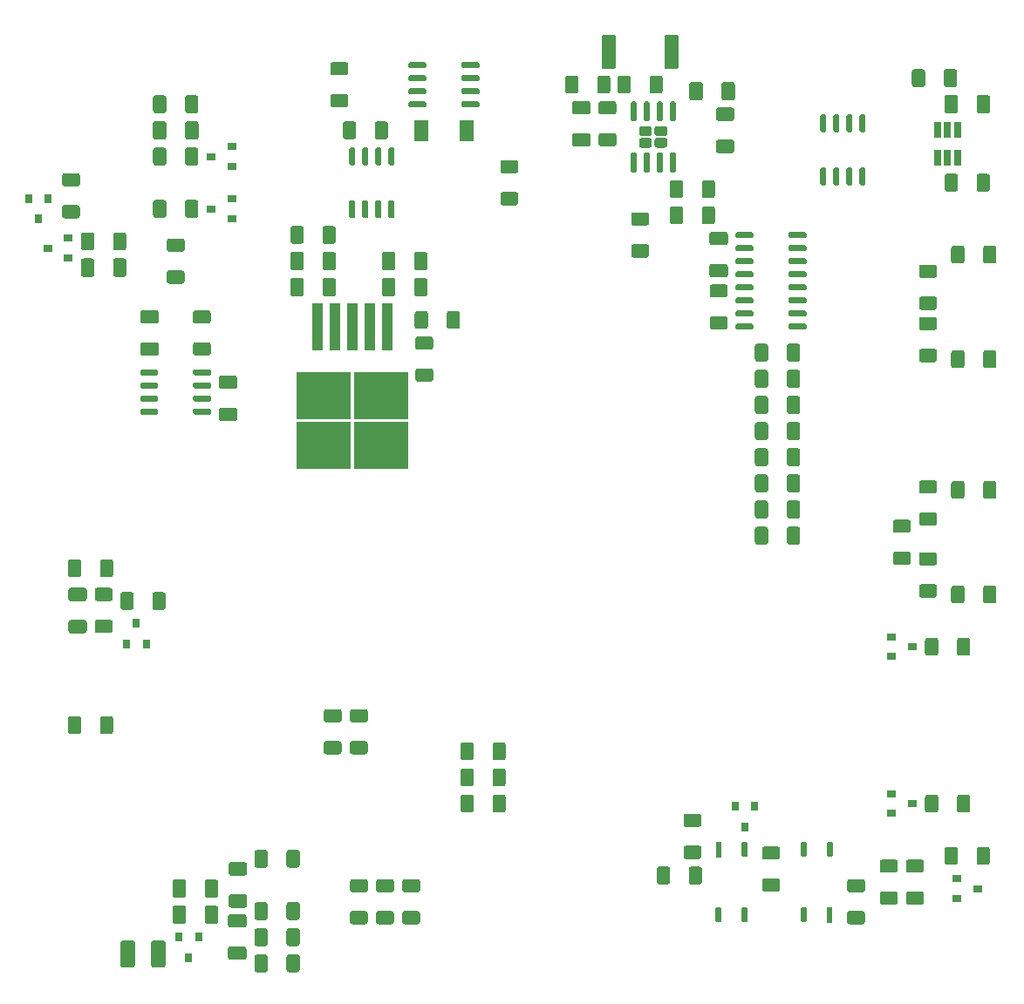
<source format=gbr>
%TF.GenerationSoftware,KiCad,Pcbnew,5.1.9*%
%TF.CreationDate,2021-01-12T21:48:28+01:00*%
%TF.ProjectId,pcb_motherboard_dev,7063625f-6d6f-4746-9865-72626f617264,rev?*%
%TF.SameCoordinates,Original*%
%TF.FileFunction,Paste,Bot*%
%TF.FilePolarity,Positive*%
%FSLAX46Y46*%
G04 Gerber Fmt 4.6, Leading zero omitted, Abs format (unit mm)*
G04 Created by KiCad (PCBNEW 5.1.9) date 2021-01-12 21:48:28*
%MOMM*%
%LPD*%
G01*
G04 APERTURE LIST*
%ADD10R,0.800000X0.900000*%
%ADD11R,0.900000X0.800000*%
%ADD12R,5.250000X4.550000*%
%ADD13R,1.100000X4.600000*%
%ADD14R,0.600000X1.500000*%
%ADD15R,1.400000X2.100000*%
%ADD16R,0.650000X1.560000*%
G04 APERTURE END LIST*
%TO.C,L1*%
G36*
G01*
X72543399Y-139696429D02*
X72543399Y-141846429D01*
G75*
G02*
X72293399Y-142096429I-250000J0D01*
G01*
X71368399Y-142096429D01*
G75*
G02*
X71118399Y-141846429I0J250000D01*
G01*
X71118399Y-139696429D01*
G75*
G02*
X71368399Y-139446429I250000J0D01*
G01*
X72293399Y-139446429D01*
G75*
G02*
X72543399Y-139696429I0J-250000D01*
G01*
G37*
G36*
G01*
X75518399Y-139696429D02*
X75518399Y-141846429D01*
G75*
G02*
X75268399Y-142096429I-250000J0D01*
G01*
X74343399Y-142096429D01*
G75*
G02*
X74093399Y-141846429I0J250000D01*
G01*
X74093399Y-139696429D01*
G75*
G02*
X74343399Y-139446429I250000J0D01*
G01*
X75268399Y-139446429D01*
G75*
G02*
X75518399Y-139696429I0J-250000D01*
G01*
G37*
%TD*%
D10*
%TO.C,Q7*%
X131738399Y-128436429D03*
X132688399Y-126436429D03*
X130788399Y-126436429D03*
%TD*%
D11*
%TO.C,Q5*%
X154328399Y-134421429D03*
X152328399Y-133471429D03*
X152328399Y-135371429D03*
%TD*%
%TO.C,Q4*%
X64063399Y-72191429D03*
X66063399Y-73141429D03*
X66063399Y-71241429D03*
%TD*%
D10*
%TO.C,Q3*%
X63158399Y-69381429D03*
X64108399Y-67381429D03*
X62208399Y-67381429D03*
%TD*%
%TO.C,R67*%
G36*
G01*
X127283399Y-128441429D02*
X126033399Y-128441429D01*
G75*
G02*
X125783399Y-128191429I0J250000D01*
G01*
X125783399Y-127391429D01*
G75*
G02*
X126033399Y-127141429I250000J0D01*
G01*
X127283399Y-127141429D01*
G75*
G02*
X127533399Y-127391429I0J-250000D01*
G01*
X127533399Y-128191429D01*
G75*
G02*
X127283399Y-128441429I-250000J0D01*
G01*
G37*
G36*
G01*
X127283399Y-131541429D02*
X126033399Y-131541429D01*
G75*
G02*
X125783399Y-131291429I0J250000D01*
G01*
X125783399Y-130491429D01*
G75*
G02*
X126033399Y-130241429I250000J0D01*
G01*
X127283399Y-130241429D01*
G75*
G02*
X127533399Y-130491429I0J-250000D01*
G01*
X127533399Y-131291429D01*
G75*
G02*
X127283399Y-131541429I-250000J0D01*
G01*
G37*
%TD*%
D12*
%TO.C,U2*%
X96413399Y-86536429D03*
X90863399Y-91386429D03*
X90863399Y-86536429D03*
X96413399Y-91386429D03*
D13*
X97038399Y-79811429D03*
X95338399Y-79811429D03*
X93638399Y-79811429D03*
X91938399Y-79811429D03*
X90238399Y-79811429D03*
%TD*%
%TO.C,U1*%
G36*
G01*
X123213399Y-61486429D02*
X123983399Y-61486429D01*
G75*
G02*
X124223399Y-61726429I0J-240000D01*
G01*
X124223399Y-62206429D01*
G75*
G02*
X123983399Y-62446429I-240000J0D01*
G01*
X123213399Y-62446429D01*
G75*
G02*
X122973399Y-62206429I0J240000D01*
G01*
X122973399Y-61726429D01*
G75*
G02*
X123213399Y-61486429I240000J0D01*
G01*
G37*
G36*
G01*
X121713399Y-61486429D02*
X122483399Y-61486429D01*
G75*
G02*
X122723399Y-61726429I0J-240000D01*
G01*
X122723399Y-62206429D01*
G75*
G02*
X122483399Y-62446429I-240000J0D01*
G01*
X121713399Y-62446429D01*
G75*
G02*
X121473399Y-62206429I0J240000D01*
G01*
X121473399Y-61726429D01*
G75*
G02*
X121713399Y-61486429I240000J0D01*
G01*
G37*
G36*
G01*
X123213399Y-60346429D02*
X123983399Y-60346429D01*
G75*
G02*
X124223399Y-60586429I0J-240000D01*
G01*
X124223399Y-61066429D01*
G75*
G02*
X123983399Y-61306429I-240000J0D01*
G01*
X123213399Y-61306429D01*
G75*
G02*
X122973399Y-61066429I0J240000D01*
G01*
X122973399Y-60586429D01*
G75*
G02*
X123213399Y-60346429I240000J0D01*
G01*
G37*
G36*
G01*
X121713399Y-60346429D02*
X122483399Y-60346429D01*
G75*
G02*
X122723399Y-60586429I0J-240000D01*
G01*
X122723399Y-61066429D01*
G75*
G02*
X122483399Y-61306429I-240000J0D01*
G01*
X121713399Y-61306429D01*
G75*
G02*
X121473399Y-61066429I0J240000D01*
G01*
X121473399Y-60586429D01*
G75*
G02*
X121713399Y-60346429I240000J0D01*
G01*
G37*
G36*
G01*
X120793399Y-62896429D02*
X121093399Y-62896429D01*
G75*
G02*
X121243399Y-63046429I0J-150000D01*
G01*
X121243399Y-64696429D01*
G75*
G02*
X121093399Y-64846429I-150000J0D01*
G01*
X120793399Y-64846429D01*
G75*
G02*
X120643399Y-64696429I0J150000D01*
G01*
X120643399Y-63046429D01*
G75*
G02*
X120793399Y-62896429I150000J0D01*
G01*
G37*
G36*
G01*
X122063399Y-62896429D02*
X122363399Y-62896429D01*
G75*
G02*
X122513399Y-63046429I0J-150000D01*
G01*
X122513399Y-64696429D01*
G75*
G02*
X122363399Y-64846429I-150000J0D01*
G01*
X122063399Y-64846429D01*
G75*
G02*
X121913399Y-64696429I0J150000D01*
G01*
X121913399Y-63046429D01*
G75*
G02*
X122063399Y-62896429I150000J0D01*
G01*
G37*
G36*
G01*
X123333399Y-62896429D02*
X123633399Y-62896429D01*
G75*
G02*
X123783399Y-63046429I0J-150000D01*
G01*
X123783399Y-64696429D01*
G75*
G02*
X123633399Y-64846429I-150000J0D01*
G01*
X123333399Y-64846429D01*
G75*
G02*
X123183399Y-64696429I0J150000D01*
G01*
X123183399Y-63046429D01*
G75*
G02*
X123333399Y-62896429I150000J0D01*
G01*
G37*
G36*
G01*
X124603399Y-62896429D02*
X124903399Y-62896429D01*
G75*
G02*
X125053399Y-63046429I0J-150000D01*
G01*
X125053399Y-64696429D01*
G75*
G02*
X124903399Y-64846429I-150000J0D01*
G01*
X124603399Y-64846429D01*
G75*
G02*
X124453399Y-64696429I0J150000D01*
G01*
X124453399Y-63046429D01*
G75*
G02*
X124603399Y-62896429I150000J0D01*
G01*
G37*
G36*
G01*
X124603399Y-57946429D02*
X124903399Y-57946429D01*
G75*
G02*
X125053399Y-58096429I0J-150000D01*
G01*
X125053399Y-59746429D01*
G75*
G02*
X124903399Y-59896429I-150000J0D01*
G01*
X124603399Y-59896429D01*
G75*
G02*
X124453399Y-59746429I0J150000D01*
G01*
X124453399Y-58096429D01*
G75*
G02*
X124603399Y-57946429I150000J0D01*
G01*
G37*
G36*
G01*
X123333399Y-57946429D02*
X123633399Y-57946429D01*
G75*
G02*
X123783399Y-58096429I0J-150000D01*
G01*
X123783399Y-59746429D01*
G75*
G02*
X123633399Y-59896429I-150000J0D01*
G01*
X123333399Y-59896429D01*
G75*
G02*
X123183399Y-59746429I0J150000D01*
G01*
X123183399Y-58096429D01*
G75*
G02*
X123333399Y-57946429I150000J0D01*
G01*
G37*
G36*
G01*
X122063399Y-57946429D02*
X122363399Y-57946429D01*
G75*
G02*
X122513399Y-58096429I0J-150000D01*
G01*
X122513399Y-59746429D01*
G75*
G02*
X122363399Y-59896429I-150000J0D01*
G01*
X122063399Y-59896429D01*
G75*
G02*
X121913399Y-59746429I0J150000D01*
G01*
X121913399Y-58096429D01*
G75*
G02*
X122063399Y-57946429I150000J0D01*
G01*
G37*
G36*
G01*
X120793399Y-57946429D02*
X121093399Y-57946429D01*
G75*
G02*
X121243399Y-58096429I0J-150000D01*
G01*
X121243399Y-59746429D01*
G75*
G02*
X121093399Y-59896429I-150000J0D01*
G01*
X120793399Y-59896429D01*
G75*
G02*
X120643399Y-59746429I0J150000D01*
G01*
X120643399Y-58096429D01*
G75*
G02*
X120793399Y-57946429I150000J0D01*
G01*
G37*
%TD*%
%TO.C,U6*%
G36*
G01*
X131588399Y-136211429D02*
X131888399Y-136211429D01*
G75*
G02*
X132038399Y-136361429I0J-150000D01*
G01*
X132038399Y-137561429D01*
G75*
G02*
X131888399Y-137711429I-150000J0D01*
G01*
X131588399Y-137711429D01*
G75*
G02*
X131438399Y-137561429I0J150000D01*
G01*
X131438399Y-136361429D01*
G75*
G02*
X131588399Y-136211429I150000J0D01*
G01*
G37*
G36*
G01*
X129048399Y-136211429D02*
X129348399Y-136211429D01*
G75*
G02*
X129498399Y-136361429I0J-150000D01*
G01*
X129498399Y-137561429D01*
G75*
G02*
X129348399Y-137711429I-150000J0D01*
G01*
X129048399Y-137711429D01*
G75*
G02*
X128898399Y-137561429I0J150000D01*
G01*
X128898399Y-136361429D01*
G75*
G02*
X129048399Y-136211429I150000J0D01*
G01*
G37*
G36*
G01*
X131588399Y-129861429D02*
X131888399Y-129861429D01*
G75*
G02*
X132038399Y-130011429I0J-150000D01*
G01*
X132038399Y-131211429D01*
G75*
G02*
X131888399Y-131361429I-150000J0D01*
G01*
X131588399Y-131361429D01*
G75*
G02*
X131438399Y-131211429I0J150000D01*
G01*
X131438399Y-130011429D01*
G75*
G02*
X131588399Y-129861429I150000J0D01*
G01*
G37*
D14*
X129198399Y-130611429D03*
%TD*%
D10*
%TO.C,D12*%
X72683399Y-108656429D03*
X71733399Y-110656429D03*
X73633399Y-110656429D03*
%TD*%
%TO.C,Q6*%
G36*
G01*
X93488399Y-62391429D02*
X93788399Y-62391429D01*
G75*
G02*
X93938399Y-62541429I0J-150000D01*
G01*
X93938399Y-63991429D01*
G75*
G02*
X93788399Y-64141429I-150000J0D01*
G01*
X93488399Y-64141429D01*
G75*
G02*
X93338399Y-63991429I0J150000D01*
G01*
X93338399Y-62541429D01*
G75*
G02*
X93488399Y-62391429I150000J0D01*
G01*
G37*
G36*
G01*
X94758399Y-62391429D02*
X95058399Y-62391429D01*
G75*
G02*
X95208399Y-62541429I0J-150000D01*
G01*
X95208399Y-63991429D01*
G75*
G02*
X95058399Y-64141429I-150000J0D01*
G01*
X94758399Y-64141429D01*
G75*
G02*
X94608399Y-63991429I0J150000D01*
G01*
X94608399Y-62541429D01*
G75*
G02*
X94758399Y-62391429I150000J0D01*
G01*
G37*
G36*
G01*
X96028399Y-62391429D02*
X96328399Y-62391429D01*
G75*
G02*
X96478399Y-62541429I0J-150000D01*
G01*
X96478399Y-63991429D01*
G75*
G02*
X96328399Y-64141429I-150000J0D01*
G01*
X96028399Y-64141429D01*
G75*
G02*
X95878399Y-63991429I0J150000D01*
G01*
X95878399Y-62541429D01*
G75*
G02*
X96028399Y-62391429I150000J0D01*
G01*
G37*
G36*
G01*
X97298399Y-62391429D02*
X97598399Y-62391429D01*
G75*
G02*
X97748399Y-62541429I0J-150000D01*
G01*
X97748399Y-63991429D01*
G75*
G02*
X97598399Y-64141429I-150000J0D01*
G01*
X97298399Y-64141429D01*
G75*
G02*
X97148399Y-63991429I0J150000D01*
G01*
X97148399Y-62541429D01*
G75*
G02*
X97298399Y-62391429I150000J0D01*
G01*
G37*
G36*
G01*
X97298399Y-67541429D02*
X97598399Y-67541429D01*
G75*
G02*
X97748399Y-67691429I0J-150000D01*
G01*
X97748399Y-69141429D01*
G75*
G02*
X97598399Y-69291429I-150000J0D01*
G01*
X97298399Y-69291429D01*
G75*
G02*
X97148399Y-69141429I0J150000D01*
G01*
X97148399Y-67691429D01*
G75*
G02*
X97298399Y-67541429I150000J0D01*
G01*
G37*
G36*
G01*
X96028399Y-67541429D02*
X96328399Y-67541429D01*
G75*
G02*
X96478399Y-67691429I0J-150000D01*
G01*
X96478399Y-69141429D01*
G75*
G02*
X96328399Y-69291429I-150000J0D01*
G01*
X96028399Y-69291429D01*
G75*
G02*
X95878399Y-69141429I0J150000D01*
G01*
X95878399Y-67691429D01*
G75*
G02*
X96028399Y-67541429I150000J0D01*
G01*
G37*
G36*
G01*
X94758399Y-67541429D02*
X95058399Y-67541429D01*
G75*
G02*
X95208399Y-67691429I0J-150000D01*
G01*
X95208399Y-69141429D01*
G75*
G02*
X95058399Y-69291429I-150000J0D01*
G01*
X94758399Y-69291429D01*
G75*
G02*
X94608399Y-69141429I0J150000D01*
G01*
X94608399Y-67691429D01*
G75*
G02*
X94758399Y-67541429I150000J0D01*
G01*
G37*
G36*
G01*
X93488399Y-67541429D02*
X93788399Y-67541429D01*
G75*
G02*
X93938399Y-67691429I0J-150000D01*
G01*
X93938399Y-69141429D01*
G75*
G02*
X93788399Y-69291429I-150000J0D01*
G01*
X93488399Y-69291429D01*
G75*
G02*
X93338399Y-69141429I0J150000D01*
G01*
X93338399Y-67691429D01*
G75*
G02*
X93488399Y-67541429I150000J0D01*
G01*
G37*
%TD*%
%TO.C,R66*%
G36*
G01*
X94008399Y-60136428D02*
X94008399Y-61386430D01*
G75*
G02*
X93758400Y-61636429I-249999J0D01*
G01*
X92958398Y-61636429D01*
G75*
G02*
X92708399Y-61386430I0J249999D01*
G01*
X92708399Y-60136428D01*
G75*
G02*
X92958398Y-59886429I249999J0D01*
G01*
X93758400Y-59886429D01*
G75*
G02*
X94008399Y-60136428I0J-249999D01*
G01*
G37*
G36*
G01*
X97108399Y-60136428D02*
X97108399Y-61386430D01*
G75*
G02*
X96858400Y-61636429I-249999J0D01*
G01*
X96058398Y-61636429D01*
G75*
G02*
X95808399Y-61386430I0J249999D01*
G01*
X95808399Y-60136428D01*
G75*
G02*
X96058398Y-59886429I249999J0D01*
G01*
X96858400Y-59886429D01*
G75*
G02*
X97108399Y-60136428I0J-249999D01*
G01*
G37*
%TD*%
%TO.C,R65*%
G36*
G01*
X91743398Y-57216429D02*
X92993400Y-57216429D01*
G75*
G02*
X93243399Y-57466428I0J-249999D01*
G01*
X93243399Y-58266430D01*
G75*
G02*
X92993400Y-58516429I-249999J0D01*
G01*
X91743398Y-58516429D01*
G75*
G02*
X91493399Y-58266430I0J249999D01*
G01*
X91493399Y-57466428D01*
G75*
G02*
X91743398Y-57216429I249999J0D01*
G01*
G37*
G36*
G01*
X91743398Y-54116429D02*
X92993400Y-54116429D01*
G75*
G02*
X93243399Y-54366428I0J-249999D01*
G01*
X93243399Y-55166430D01*
G75*
G02*
X92993400Y-55416429I-249999J0D01*
G01*
X91743398Y-55416429D01*
G75*
G02*
X91493399Y-55166430I0J249999D01*
G01*
X91493399Y-54366428D01*
G75*
G02*
X91743398Y-54116429I249999J0D01*
G01*
G37*
%TD*%
%TO.C,U7*%
G36*
G01*
X132578399Y-70771429D02*
X132578399Y-71071429D01*
G75*
G02*
X132428399Y-71221429I-150000J0D01*
G01*
X130978399Y-71221429D01*
G75*
G02*
X130828399Y-71071429I0J150000D01*
G01*
X130828399Y-70771429D01*
G75*
G02*
X130978399Y-70621429I150000J0D01*
G01*
X132428399Y-70621429D01*
G75*
G02*
X132578399Y-70771429I0J-150000D01*
G01*
G37*
G36*
G01*
X132578399Y-72041429D02*
X132578399Y-72341429D01*
G75*
G02*
X132428399Y-72491429I-150000J0D01*
G01*
X130978399Y-72491429D01*
G75*
G02*
X130828399Y-72341429I0J150000D01*
G01*
X130828399Y-72041429D01*
G75*
G02*
X130978399Y-71891429I150000J0D01*
G01*
X132428399Y-71891429D01*
G75*
G02*
X132578399Y-72041429I0J-150000D01*
G01*
G37*
G36*
G01*
X132578399Y-73311429D02*
X132578399Y-73611429D01*
G75*
G02*
X132428399Y-73761429I-150000J0D01*
G01*
X130978399Y-73761429D01*
G75*
G02*
X130828399Y-73611429I0J150000D01*
G01*
X130828399Y-73311429D01*
G75*
G02*
X130978399Y-73161429I150000J0D01*
G01*
X132428399Y-73161429D01*
G75*
G02*
X132578399Y-73311429I0J-150000D01*
G01*
G37*
G36*
G01*
X132578399Y-74581429D02*
X132578399Y-74881429D01*
G75*
G02*
X132428399Y-75031429I-150000J0D01*
G01*
X130978399Y-75031429D01*
G75*
G02*
X130828399Y-74881429I0J150000D01*
G01*
X130828399Y-74581429D01*
G75*
G02*
X130978399Y-74431429I150000J0D01*
G01*
X132428399Y-74431429D01*
G75*
G02*
X132578399Y-74581429I0J-150000D01*
G01*
G37*
G36*
G01*
X132578399Y-75851429D02*
X132578399Y-76151429D01*
G75*
G02*
X132428399Y-76301429I-150000J0D01*
G01*
X130978399Y-76301429D01*
G75*
G02*
X130828399Y-76151429I0J150000D01*
G01*
X130828399Y-75851429D01*
G75*
G02*
X130978399Y-75701429I150000J0D01*
G01*
X132428399Y-75701429D01*
G75*
G02*
X132578399Y-75851429I0J-150000D01*
G01*
G37*
G36*
G01*
X132578399Y-77121429D02*
X132578399Y-77421429D01*
G75*
G02*
X132428399Y-77571429I-150000J0D01*
G01*
X130978399Y-77571429D01*
G75*
G02*
X130828399Y-77421429I0J150000D01*
G01*
X130828399Y-77121429D01*
G75*
G02*
X130978399Y-76971429I150000J0D01*
G01*
X132428399Y-76971429D01*
G75*
G02*
X132578399Y-77121429I0J-150000D01*
G01*
G37*
G36*
G01*
X132578399Y-78391429D02*
X132578399Y-78691429D01*
G75*
G02*
X132428399Y-78841429I-150000J0D01*
G01*
X130978399Y-78841429D01*
G75*
G02*
X130828399Y-78691429I0J150000D01*
G01*
X130828399Y-78391429D01*
G75*
G02*
X130978399Y-78241429I150000J0D01*
G01*
X132428399Y-78241429D01*
G75*
G02*
X132578399Y-78391429I0J-150000D01*
G01*
G37*
G36*
G01*
X132578399Y-79661429D02*
X132578399Y-79961429D01*
G75*
G02*
X132428399Y-80111429I-150000J0D01*
G01*
X130978399Y-80111429D01*
G75*
G02*
X130828399Y-79961429I0J150000D01*
G01*
X130828399Y-79661429D01*
G75*
G02*
X130978399Y-79511429I150000J0D01*
G01*
X132428399Y-79511429D01*
G75*
G02*
X132578399Y-79661429I0J-150000D01*
G01*
G37*
G36*
G01*
X137728399Y-79661429D02*
X137728399Y-79961429D01*
G75*
G02*
X137578399Y-80111429I-150000J0D01*
G01*
X136128399Y-80111429D01*
G75*
G02*
X135978399Y-79961429I0J150000D01*
G01*
X135978399Y-79661429D01*
G75*
G02*
X136128399Y-79511429I150000J0D01*
G01*
X137578399Y-79511429D01*
G75*
G02*
X137728399Y-79661429I0J-150000D01*
G01*
G37*
G36*
G01*
X137728399Y-78391429D02*
X137728399Y-78691429D01*
G75*
G02*
X137578399Y-78841429I-150000J0D01*
G01*
X136128399Y-78841429D01*
G75*
G02*
X135978399Y-78691429I0J150000D01*
G01*
X135978399Y-78391429D01*
G75*
G02*
X136128399Y-78241429I150000J0D01*
G01*
X137578399Y-78241429D01*
G75*
G02*
X137728399Y-78391429I0J-150000D01*
G01*
G37*
G36*
G01*
X137728399Y-77121429D02*
X137728399Y-77421429D01*
G75*
G02*
X137578399Y-77571429I-150000J0D01*
G01*
X136128399Y-77571429D01*
G75*
G02*
X135978399Y-77421429I0J150000D01*
G01*
X135978399Y-77121429D01*
G75*
G02*
X136128399Y-76971429I150000J0D01*
G01*
X137578399Y-76971429D01*
G75*
G02*
X137728399Y-77121429I0J-150000D01*
G01*
G37*
G36*
G01*
X137728399Y-75851429D02*
X137728399Y-76151429D01*
G75*
G02*
X137578399Y-76301429I-150000J0D01*
G01*
X136128399Y-76301429D01*
G75*
G02*
X135978399Y-76151429I0J150000D01*
G01*
X135978399Y-75851429D01*
G75*
G02*
X136128399Y-75701429I150000J0D01*
G01*
X137578399Y-75701429D01*
G75*
G02*
X137728399Y-75851429I0J-150000D01*
G01*
G37*
G36*
G01*
X137728399Y-74581429D02*
X137728399Y-74881429D01*
G75*
G02*
X137578399Y-75031429I-150000J0D01*
G01*
X136128399Y-75031429D01*
G75*
G02*
X135978399Y-74881429I0J150000D01*
G01*
X135978399Y-74581429D01*
G75*
G02*
X136128399Y-74431429I150000J0D01*
G01*
X137578399Y-74431429D01*
G75*
G02*
X137728399Y-74581429I0J-150000D01*
G01*
G37*
G36*
G01*
X137728399Y-73311429D02*
X137728399Y-73611429D01*
G75*
G02*
X137578399Y-73761429I-150000J0D01*
G01*
X136128399Y-73761429D01*
G75*
G02*
X135978399Y-73611429I0J150000D01*
G01*
X135978399Y-73311429D01*
G75*
G02*
X136128399Y-73161429I150000J0D01*
G01*
X137578399Y-73161429D01*
G75*
G02*
X137728399Y-73311429I0J-150000D01*
G01*
G37*
G36*
G01*
X137728399Y-72041429D02*
X137728399Y-72341429D01*
G75*
G02*
X137578399Y-72491429I-150000J0D01*
G01*
X136128399Y-72491429D01*
G75*
G02*
X135978399Y-72341429I0J150000D01*
G01*
X135978399Y-72041429D01*
G75*
G02*
X136128399Y-71891429I150000J0D01*
G01*
X137578399Y-71891429D01*
G75*
G02*
X137728399Y-72041429I0J-150000D01*
G01*
G37*
G36*
G01*
X137728399Y-70771429D02*
X137728399Y-71071429D01*
G75*
G02*
X137578399Y-71221429I-150000J0D01*
G01*
X136128399Y-71221429D01*
G75*
G02*
X135978399Y-71071429I0J150000D01*
G01*
X135978399Y-70771429D01*
G75*
G02*
X136128399Y-70621429I150000J0D01*
G01*
X137578399Y-70621429D01*
G75*
G02*
X137728399Y-70771429I0J-150000D01*
G01*
G37*
%TD*%
%TO.C,R64*%
G36*
G01*
X135813399Y-100756430D02*
X135813399Y-99506428D01*
G75*
G02*
X136063398Y-99256429I249999J0D01*
G01*
X136863400Y-99256429D01*
G75*
G02*
X137113399Y-99506428I0J-249999D01*
G01*
X137113399Y-100756430D01*
G75*
G02*
X136863400Y-101006429I-249999J0D01*
G01*
X136063398Y-101006429D01*
G75*
G02*
X135813399Y-100756430I0J249999D01*
G01*
G37*
G36*
G01*
X132713399Y-100756430D02*
X132713399Y-99506428D01*
G75*
G02*
X132963398Y-99256429I249999J0D01*
G01*
X133763400Y-99256429D01*
G75*
G02*
X134013399Y-99506428I0J-249999D01*
G01*
X134013399Y-100756430D01*
G75*
G02*
X133763400Y-101006429I-249999J0D01*
G01*
X132963398Y-101006429D01*
G75*
G02*
X132713399Y-100756430I0J249999D01*
G01*
G37*
%TD*%
%TO.C,R63*%
G36*
G01*
X135813399Y-98216430D02*
X135813399Y-96966428D01*
G75*
G02*
X136063398Y-96716429I249999J0D01*
G01*
X136863400Y-96716429D01*
G75*
G02*
X137113399Y-96966428I0J-249999D01*
G01*
X137113399Y-98216430D01*
G75*
G02*
X136863400Y-98466429I-249999J0D01*
G01*
X136063398Y-98466429D01*
G75*
G02*
X135813399Y-98216430I0J249999D01*
G01*
G37*
G36*
G01*
X132713399Y-98216430D02*
X132713399Y-96966428D01*
G75*
G02*
X132963398Y-96716429I249999J0D01*
G01*
X133763400Y-96716429D01*
G75*
G02*
X134013399Y-96966428I0J-249999D01*
G01*
X134013399Y-98216430D01*
G75*
G02*
X133763400Y-98466429I-249999J0D01*
G01*
X132963398Y-98466429D01*
G75*
G02*
X132713399Y-98216430I0J249999D01*
G01*
G37*
%TD*%
%TO.C,R62*%
G36*
G01*
X135813399Y-95676430D02*
X135813399Y-94426428D01*
G75*
G02*
X136063398Y-94176429I249999J0D01*
G01*
X136863400Y-94176429D01*
G75*
G02*
X137113399Y-94426428I0J-249999D01*
G01*
X137113399Y-95676430D01*
G75*
G02*
X136863400Y-95926429I-249999J0D01*
G01*
X136063398Y-95926429D01*
G75*
G02*
X135813399Y-95676430I0J249999D01*
G01*
G37*
G36*
G01*
X132713399Y-95676430D02*
X132713399Y-94426428D01*
G75*
G02*
X132963398Y-94176429I249999J0D01*
G01*
X133763400Y-94176429D01*
G75*
G02*
X134013399Y-94426428I0J-249999D01*
G01*
X134013399Y-95676430D01*
G75*
G02*
X133763400Y-95926429I-249999J0D01*
G01*
X132963398Y-95926429D01*
G75*
G02*
X132713399Y-95676430I0J249999D01*
G01*
G37*
%TD*%
%TO.C,R61*%
G36*
G01*
X135813399Y-93136430D02*
X135813399Y-91886428D01*
G75*
G02*
X136063398Y-91636429I249999J0D01*
G01*
X136863400Y-91636429D01*
G75*
G02*
X137113399Y-91886428I0J-249999D01*
G01*
X137113399Y-93136430D01*
G75*
G02*
X136863400Y-93386429I-249999J0D01*
G01*
X136063398Y-93386429D01*
G75*
G02*
X135813399Y-93136430I0J249999D01*
G01*
G37*
G36*
G01*
X132713399Y-93136430D02*
X132713399Y-91886428D01*
G75*
G02*
X132963398Y-91636429I249999J0D01*
G01*
X133763400Y-91636429D01*
G75*
G02*
X134013399Y-91886428I0J-249999D01*
G01*
X134013399Y-93136430D01*
G75*
G02*
X133763400Y-93386429I-249999J0D01*
G01*
X132963398Y-93386429D01*
G75*
G02*
X132713399Y-93136430I0J249999D01*
G01*
G37*
%TD*%
%TO.C,R60*%
G36*
G01*
X135813399Y-90596430D02*
X135813399Y-89346428D01*
G75*
G02*
X136063398Y-89096429I249999J0D01*
G01*
X136863400Y-89096429D01*
G75*
G02*
X137113399Y-89346428I0J-249999D01*
G01*
X137113399Y-90596430D01*
G75*
G02*
X136863400Y-90846429I-249999J0D01*
G01*
X136063398Y-90846429D01*
G75*
G02*
X135813399Y-90596430I0J249999D01*
G01*
G37*
G36*
G01*
X132713399Y-90596430D02*
X132713399Y-89346428D01*
G75*
G02*
X132963398Y-89096429I249999J0D01*
G01*
X133763400Y-89096429D01*
G75*
G02*
X134013399Y-89346428I0J-249999D01*
G01*
X134013399Y-90596430D01*
G75*
G02*
X133763400Y-90846429I-249999J0D01*
G01*
X132963398Y-90846429D01*
G75*
G02*
X132713399Y-90596430I0J249999D01*
G01*
G37*
%TD*%
%TO.C,R59*%
G36*
G01*
X135813399Y-88056430D02*
X135813399Y-86806428D01*
G75*
G02*
X136063398Y-86556429I249999J0D01*
G01*
X136863400Y-86556429D01*
G75*
G02*
X137113399Y-86806428I0J-249999D01*
G01*
X137113399Y-88056430D01*
G75*
G02*
X136863400Y-88306429I-249999J0D01*
G01*
X136063398Y-88306429D01*
G75*
G02*
X135813399Y-88056430I0J249999D01*
G01*
G37*
G36*
G01*
X132713399Y-88056430D02*
X132713399Y-86806428D01*
G75*
G02*
X132963398Y-86556429I249999J0D01*
G01*
X133763400Y-86556429D01*
G75*
G02*
X134013399Y-86806428I0J-249999D01*
G01*
X134013399Y-88056430D01*
G75*
G02*
X133763400Y-88306429I-249999J0D01*
G01*
X132963398Y-88306429D01*
G75*
G02*
X132713399Y-88056430I0J249999D01*
G01*
G37*
%TD*%
%TO.C,R58*%
G36*
G01*
X135813399Y-85516430D02*
X135813399Y-84266428D01*
G75*
G02*
X136063398Y-84016429I249999J0D01*
G01*
X136863400Y-84016429D01*
G75*
G02*
X137113399Y-84266428I0J-249999D01*
G01*
X137113399Y-85516430D01*
G75*
G02*
X136863400Y-85766429I-249999J0D01*
G01*
X136063398Y-85766429D01*
G75*
G02*
X135813399Y-85516430I0J249999D01*
G01*
G37*
G36*
G01*
X132713399Y-85516430D02*
X132713399Y-84266428D01*
G75*
G02*
X132963398Y-84016429I249999J0D01*
G01*
X133763400Y-84016429D01*
G75*
G02*
X134013399Y-84266428I0J-249999D01*
G01*
X134013399Y-85516430D01*
G75*
G02*
X133763400Y-85766429I-249999J0D01*
G01*
X132963398Y-85766429D01*
G75*
G02*
X132713399Y-85516430I0J249999D01*
G01*
G37*
%TD*%
%TO.C,R57*%
G36*
G01*
X135813399Y-82976430D02*
X135813399Y-81726428D01*
G75*
G02*
X136063398Y-81476429I249999J0D01*
G01*
X136863400Y-81476429D01*
G75*
G02*
X137113399Y-81726428I0J-249999D01*
G01*
X137113399Y-82976430D01*
G75*
G02*
X136863400Y-83226429I-249999J0D01*
G01*
X136063398Y-83226429D01*
G75*
G02*
X135813399Y-82976430I0J249999D01*
G01*
G37*
G36*
G01*
X132713399Y-82976430D02*
X132713399Y-81726428D01*
G75*
G02*
X132963398Y-81476429I249999J0D01*
G01*
X133763400Y-81476429D01*
G75*
G02*
X134013399Y-81726428I0J-249999D01*
G01*
X134013399Y-82976430D01*
G75*
G02*
X133763400Y-83226429I-249999J0D01*
G01*
X132963398Y-83226429D01*
G75*
G02*
X132713399Y-82976430I0J249999D01*
G01*
G37*
%TD*%
%TO.C,R53*%
G36*
G01*
X120953398Y-71821429D02*
X122203400Y-71821429D01*
G75*
G02*
X122453399Y-72071428I0J-249999D01*
G01*
X122453399Y-72871430D01*
G75*
G02*
X122203400Y-73121429I-249999J0D01*
G01*
X120953398Y-73121429D01*
G75*
G02*
X120703399Y-72871430I0J249999D01*
G01*
X120703399Y-72071428D01*
G75*
G02*
X120953398Y-71821429I249999J0D01*
G01*
G37*
G36*
G01*
X120953398Y-68721429D02*
X122203400Y-68721429D01*
G75*
G02*
X122453399Y-68971428I0J-249999D01*
G01*
X122453399Y-69771430D01*
G75*
G02*
X122203400Y-70021429I-249999J0D01*
G01*
X120953398Y-70021429D01*
G75*
G02*
X120703399Y-69771430I0J249999D01*
G01*
X120703399Y-68971428D01*
G75*
G02*
X120953398Y-68721429I249999J0D01*
G01*
G37*
%TD*%
%TO.C,R29*%
G36*
G01*
X129823400Y-77006429D02*
X128573398Y-77006429D01*
G75*
G02*
X128323399Y-76756430I0J249999D01*
G01*
X128323399Y-75956428D01*
G75*
G02*
X128573398Y-75706429I249999J0D01*
G01*
X129823400Y-75706429D01*
G75*
G02*
X130073399Y-75956428I0J-249999D01*
G01*
X130073399Y-76756430D01*
G75*
G02*
X129823400Y-77006429I-249999J0D01*
G01*
G37*
G36*
G01*
X129823400Y-80106429D02*
X128573398Y-80106429D01*
G75*
G02*
X128323399Y-79856430I0J249999D01*
G01*
X128323399Y-79056428D01*
G75*
G02*
X128573398Y-78806429I249999J0D01*
G01*
X129823400Y-78806429D01*
G75*
G02*
X130073399Y-79056428I0J-249999D01*
G01*
X130073399Y-79856430D01*
G75*
G02*
X129823400Y-80106429I-249999J0D01*
G01*
G37*
%TD*%
%TO.C,C12*%
G36*
G01*
X128548396Y-73726429D02*
X129848402Y-73726429D01*
G75*
G02*
X130098399Y-73976426I0J-249997D01*
G01*
X130098399Y-74801432D01*
G75*
G02*
X129848402Y-75051429I-249997J0D01*
G01*
X128548396Y-75051429D01*
G75*
G02*
X128298399Y-74801432I0J249997D01*
G01*
X128298399Y-73976426D01*
G75*
G02*
X128548396Y-73726429I249997J0D01*
G01*
G37*
G36*
G01*
X128548396Y-70601429D02*
X129848402Y-70601429D01*
G75*
G02*
X130098399Y-70851426I0J-249997D01*
G01*
X130098399Y-71676432D01*
G75*
G02*
X129848402Y-71926429I-249997J0D01*
G01*
X128548396Y-71926429D01*
G75*
G02*
X128298399Y-71676432I0J249997D01*
G01*
X128298399Y-70851426D01*
G75*
G02*
X128548396Y-70601429I249997J0D01*
G01*
G37*
%TD*%
%TO.C,U9*%
G36*
G01*
X74793399Y-84106429D02*
X74793399Y-84406429D01*
G75*
G02*
X74643399Y-84556429I-150000J0D01*
G01*
X73193399Y-84556429D01*
G75*
G02*
X73043399Y-84406429I0J150000D01*
G01*
X73043399Y-84106429D01*
G75*
G02*
X73193399Y-83956429I150000J0D01*
G01*
X74643399Y-83956429D01*
G75*
G02*
X74793399Y-84106429I0J-150000D01*
G01*
G37*
G36*
G01*
X74793399Y-85376429D02*
X74793399Y-85676429D01*
G75*
G02*
X74643399Y-85826429I-150000J0D01*
G01*
X73193399Y-85826429D01*
G75*
G02*
X73043399Y-85676429I0J150000D01*
G01*
X73043399Y-85376429D01*
G75*
G02*
X73193399Y-85226429I150000J0D01*
G01*
X74643399Y-85226429D01*
G75*
G02*
X74793399Y-85376429I0J-150000D01*
G01*
G37*
G36*
G01*
X74793399Y-86646429D02*
X74793399Y-86946429D01*
G75*
G02*
X74643399Y-87096429I-150000J0D01*
G01*
X73193399Y-87096429D01*
G75*
G02*
X73043399Y-86946429I0J150000D01*
G01*
X73043399Y-86646429D01*
G75*
G02*
X73193399Y-86496429I150000J0D01*
G01*
X74643399Y-86496429D01*
G75*
G02*
X74793399Y-86646429I0J-150000D01*
G01*
G37*
G36*
G01*
X74793399Y-87916429D02*
X74793399Y-88216429D01*
G75*
G02*
X74643399Y-88366429I-150000J0D01*
G01*
X73193399Y-88366429D01*
G75*
G02*
X73043399Y-88216429I0J150000D01*
G01*
X73043399Y-87916429D01*
G75*
G02*
X73193399Y-87766429I150000J0D01*
G01*
X74643399Y-87766429D01*
G75*
G02*
X74793399Y-87916429I0J-150000D01*
G01*
G37*
G36*
G01*
X79943399Y-87916429D02*
X79943399Y-88216429D01*
G75*
G02*
X79793399Y-88366429I-150000J0D01*
G01*
X78343399Y-88366429D01*
G75*
G02*
X78193399Y-88216429I0J150000D01*
G01*
X78193399Y-87916429D01*
G75*
G02*
X78343399Y-87766429I150000J0D01*
G01*
X79793399Y-87766429D01*
G75*
G02*
X79943399Y-87916429I0J-150000D01*
G01*
G37*
G36*
G01*
X79943399Y-86646429D02*
X79943399Y-86946429D01*
G75*
G02*
X79793399Y-87096429I-150000J0D01*
G01*
X78343399Y-87096429D01*
G75*
G02*
X78193399Y-86946429I0J150000D01*
G01*
X78193399Y-86646429D01*
G75*
G02*
X78343399Y-86496429I150000J0D01*
G01*
X79793399Y-86496429D01*
G75*
G02*
X79943399Y-86646429I0J-150000D01*
G01*
G37*
G36*
G01*
X79943399Y-85376429D02*
X79943399Y-85676429D01*
G75*
G02*
X79793399Y-85826429I-150000J0D01*
G01*
X78343399Y-85826429D01*
G75*
G02*
X78193399Y-85676429I0J150000D01*
G01*
X78193399Y-85376429D01*
G75*
G02*
X78343399Y-85226429I150000J0D01*
G01*
X79793399Y-85226429D01*
G75*
G02*
X79943399Y-85376429I0J-150000D01*
G01*
G37*
G36*
G01*
X79943399Y-84106429D02*
X79943399Y-84406429D01*
G75*
G02*
X79793399Y-84556429I-150000J0D01*
G01*
X78343399Y-84556429D01*
G75*
G02*
X78193399Y-84406429I0J150000D01*
G01*
X78193399Y-84106429D01*
G75*
G02*
X78343399Y-83956429I150000J0D01*
G01*
X79793399Y-83956429D01*
G75*
G02*
X79943399Y-84106429I0J-150000D01*
G01*
G37*
%TD*%
%TO.C,U5*%
G36*
G01*
X137603399Y-131361429D02*
X137303399Y-131361429D01*
G75*
G02*
X137153399Y-131211429I0J150000D01*
G01*
X137153399Y-130011429D01*
G75*
G02*
X137303399Y-129861429I150000J0D01*
G01*
X137603399Y-129861429D01*
G75*
G02*
X137753399Y-130011429I0J-150000D01*
G01*
X137753399Y-131211429D01*
G75*
G02*
X137603399Y-131361429I-150000J0D01*
G01*
G37*
G36*
G01*
X140143399Y-131361429D02*
X139843399Y-131361429D01*
G75*
G02*
X139693399Y-131211429I0J150000D01*
G01*
X139693399Y-130011429D01*
G75*
G02*
X139843399Y-129861429I150000J0D01*
G01*
X140143399Y-129861429D01*
G75*
G02*
X140293399Y-130011429I0J-150000D01*
G01*
X140293399Y-131211429D01*
G75*
G02*
X140143399Y-131361429I-150000J0D01*
G01*
G37*
G36*
G01*
X137603399Y-137711429D02*
X137303399Y-137711429D01*
G75*
G02*
X137153399Y-137561429I0J150000D01*
G01*
X137153399Y-136361429D01*
G75*
G02*
X137303399Y-136211429I150000J0D01*
G01*
X137603399Y-136211429D01*
G75*
G02*
X137753399Y-136361429I0J-150000D01*
G01*
X137753399Y-137561429D01*
G75*
G02*
X137603399Y-137711429I-150000J0D01*
G01*
G37*
D14*
X139993399Y-136961429D03*
%TD*%
%TO.C,R56*%
G36*
G01*
X154228399Y-131871430D02*
X154228399Y-130621428D01*
G75*
G02*
X154478398Y-130371429I249999J0D01*
G01*
X155278400Y-130371429D01*
G75*
G02*
X155528399Y-130621428I0J-249999D01*
G01*
X155528399Y-131871430D01*
G75*
G02*
X155278400Y-132121429I-249999J0D01*
G01*
X154478398Y-132121429D01*
G75*
G02*
X154228399Y-131871430I0J249999D01*
G01*
G37*
G36*
G01*
X151128399Y-131871430D02*
X151128399Y-130621428D01*
G75*
G02*
X151378398Y-130371429I249999J0D01*
G01*
X152178400Y-130371429D01*
G75*
G02*
X152428399Y-130621428I0J-249999D01*
G01*
X152428399Y-131871430D01*
G75*
G02*
X152178400Y-132121429I-249999J0D01*
G01*
X151378398Y-132121429D01*
G75*
G02*
X151128399Y-131871430I0J249999D01*
G01*
G37*
%TD*%
%TO.C,R55*%
G36*
G01*
X147623398Y-134686429D02*
X148873400Y-134686429D01*
G75*
G02*
X149123399Y-134936428I0J-249999D01*
G01*
X149123399Y-135736430D01*
G75*
G02*
X148873400Y-135986429I-249999J0D01*
G01*
X147623398Y-135986429D01*
G75*
G02*
X147373399Y-135736430I0J249999D01*
G01*
X147373399Y-134936428D01*
G75*
G02*
X147623398Y-134686429I249999J0D01*
G01*
G37*
G36*
G01*
X147623398Y-131586429D02*
X148873400Y-131586429D01*
G75*
G02*
X149123399Y-131836428I0J-249999D01*
G01*
X149123399Y-132636430D01*
G75*
G02*
X148873400Y-132886429I-249999J0D01*
G01*
X147623398Y-132886429D01*
G75*
G02*
X147373399Y-132636430I0J249999D01*
G01*
X147373399Y-131836428D01*
G75*
G02*
X147623398Y-131586429I249999J0D01*
G01*
G37*
%TD*%
%TO.C,R54*%
G36*
G01*
X146333400Y-132886429D02*
X145083398Y-132886429D01*
G75*
G02*
X144833399Y-132636430I0J249999D01*
G01*
X144833399Y-131836428D01*
G75*
G02*
X145083398Y-131586429I249999J0D01*
G01*
X146333400Y-131586429D01*
G75*
G02*
X146583399Y-131836428I0J-249999D01*
G01*
X146583399Y-132636430D01*
G75*
G02*
X146333400Y-132886429I-249999J0D01*
G01*
G37*
G36*
G01*
X146333400Y-135986429D02*
X145083398Y-135986429D01*
G75*
G02*
X144833399Y-135736430I0J249999D01*
G01*
X144833399Y-134936428D01*
G75*
G02*
X145083398Y-134686429I249999J0D01*
G01*
X146333400Y-134686429D01*
G75*
G02*
X146583399Y-134936428I0J-249999D01*
G01*
X146583399Y-135736430D01*
G75*
G02*
X146333400Y-135986429I-249999J0D01*
G01*
G37*
%TD*%
%TO.C,R52*%
G36*
G01*
X79658400Y-79546429D02*
X78408398Y-79546429D01*
G75*
G02*
X78158399Y-79296430I0J249999D01*
G01*
X78158399Y-78496428D01*
G75*
G02*
X78408398Y-78246429I249999J0D01*
G01*
X79658400Y-78246429D01*
G75*
G02*
X79908399Y-78496428I0J-249999D01*
G01*
X79908399Y-79296430D01*
G75*
G02*
X79658400Y-79546429I-249999J0D01*
G01*
G37*
G36*
G01*
X79658400Y-82646429D02*
X78408398Y-82646429D01*
G75*
G02*
X78158399Y-82396430I0J249999D01*
G01*
X78158399Y-81596428D01*
G75*
G02*
X78408398Y-81346429I249999J0D01*
G01*
X79658400Y-81346429D01*
G75*
G02*
X79908399Y-81596428I0J-249999D01*
G01*
X79908399Y-82396430D01*
G75*
G02*
X79658400Y-82646429I-249999J0D01*
G01*
G37*
%TD*%
%TO.C,R51*%
G36*
G01*
X75868398Y-74361429D02*
X77118400Y-74361429D01*
G75*
G02*
X77368399Y-74611428I0J-249999D01*
G01*
X77368399Y-75411430D01*
G75*
G02*
X77118400Y-75661429I-249999J0D01*
G01*
X75868398Y-75661429D01*
G75*
G02*
X75618399Y-75411430I0J249999D01*
G01*
X75618399Y-74611428D01*
G75*
G02*
X75868398Y-74361429I249999J0D01*
G01*
G37*
G36*
G01*
X75868398Y-71261429D02*
X77118400Y-71261429D01*
G75*
G02*
X77368399Y-71511428I0J-249999D01*
G01*
X77368399Y-72311430D01*
G75*
G02*
X77118400Y-72561429I-249999J0D01*
G01*
X75868398Y-72561429D01*
G75*
G02*
X75618399Y-72311430I0J249999D01*
G01*
X75618399Y-71511428D01*
G75*
G02*
X75868398Y-71261429I249999J0D01*
G01*
G37*
%TD*%
%TO.C,R50*%
G36*
G01*
X153063399Y-105221428D02*
X153063399Y-106471430D01*
G75*
G02*
X152813400Y-106721429I-249999J0D01*
G01*
X152013398Y-106721429D01*
G75*
G02*
X151763399Y-106471430I0J249999D01*
G01*
X151763399Y-105221428D01*
G75*
G02*
X152013398Y-104971429I249999J0D01*
G01*
X152813400Y-104971429D01*
G75*
G02*
X153063399Y-105221428I0J-249999D01*
G01*
G37*
G36*
G01*
X156163399Y-105221428D02*
X156163399Y-106471430D01*
G75*
G02*
X155913400Y-106721429I-249999J0D01*
G01*
X155113398Y-106721429D01*
G75*
G02*
X154863399Y-106471430I0J249999D01*
G01*
X154863399Y-105221428D01*
G75*
G02*
X155113398Y-104971429I249999J0D01*
G01*
X155913400Y-104971429D01*
G75*
G02*
X156163399Y-105221428I0J-249999D01*
G01*
G37*
%TD*%
%TO.C,R49*%
G36*
G01*
X154863399Y-96311430D02*
X154863399Y-95061428D01*
G75*
G02*
X155113398Y-94811429I249999J0D01*
G01*
X155913400Y-94811429D01*
G75*
G02*
X156163399Y-95061428I0J-249999D01*
G01*
X156163399Y-96311430D01*
G75*
G02*
X155913400Y-96561429I-249999J0D01*
G01*
X155113398Y-96561429D01*
G75*
G02*
X154863399Y-96311430I0J249999D01*
G01*
G37*
G36*
G01*
X151763399Y-96311430D02*
X151763399Y-95061428D01*
G75*
G02*
X152013398Y-94811429I249999J0D01*
G01*
X152813400Y-94811429D01*
G75*
G02*
X153063399Y-95061428I0J-249999D01*
G01*
X153063399Y-96311430D01*
G75*
G02*
X152813400Y-96561429I-249999J0D01*
G01*
X152013398Y-96561429D01*
G75*
G02*
X151763399Y-96311430I0J249999D01*
G01*
G37*
%TD*%
%TO.C,R48*%
G36*
G01*
X146353398Y-101666429D02*
X147603400Y-101666429D01*
G75*
G02*
X147853399Y-101916428I0J-249999D01*
G01*
X147853399Y-102716430D01*
G75*
G02*
X147603400Y-102966429I-249999J0D01*
G01*
X146353398Y-102966429D01*
G75*
G02*
X146103399Y-102716430I0J249999D01*
G01*
X146103399Y-101916428D01*
G75*
G02*
X146353398Y-101666429I249999J0D01*
G01*
G37*
G36*
G01*
X146353398Y-98566429D02*
X147603400Y-98566429D01*
G75*
G02*
X147853399Y-98816428I0J-249999D01*
G01*
X147853399Y-99616430D01*
G75*
G02*
X147603400Y-99866429I-249999J0D01*
G01*
X146353398Y-99866429D01*
G75*
G02*
X146103399Y-99616430I0J249999D01*
G01*
X146103399Y-98816428D01*
G75*
G02*
X146353398Y-98566429I249999J0D01*
G01*
G37*
%TD*%
%TO.C,R47*%
G36*
G01*
X148893398Y-104841429D02*
X150143400Y-104841429D01*
G75*
G02*
X150393399Y-105091428I0J-249999D01*
G01*
X150393399Y-105891430D01*
G75*
G02*
X150143400Y-106141429I-249999J0D01*
G01*
X148893398Y-106141429D01*
G75*
G02*
X148643399Y-105891430I0J249999D01*
G01*
X148643399Y-105091428D01*
G75*
G02*
X148893398Y-104841429I249999J0D01*
G01*
G37*
G36*
G01*
X148893398Y-101741429D02*
X150143400Y-101741429D01*
G75*
G02*
X150393399Y-101991428I0J-249999D01*
G01*
X150393399Y-102791430D01*
G75*
G02*
X150143400Y-103041429I-249999J0D01*
G01*
X148893398Y-103041429D01*
G75*
G02*
X148643399Y-102791430I0J249999D01*
G01*
X148643399Y-101991428D01*
G75*
G02*
X148893398Y-101741429I249999J0D01*
G01*
G37*
%TD*%
%TO.C,R46*%
G36*
G01*
X148893398Y-97856429D02*
X150143400Y-97856429D01*
G75*
G02*
X150393399Y-98106428I0J-249999D01*
G01*
X150393399Y-98906430D01*
G75*
G02*
X150143400Y-99156429I-249999J0D01*
G01*
X148893398Y-99156429D01*
G75*
G02*
X148643399Y-98906430I0J249999D01*
G01*
X148643399Y-98106428D01*
G75*
G02*
X148893398Y-97856429I249999J0D01*
G01*
G37*
G36*
G01*
X148893398Y-94756429D02*
X150143400Y-94756429D01*
G75*
G02*
X150393399Y-95006428I0J-249999D01*
G01*
X150393399Y-95806430D01*
G75*
G02*
X150143400Y-96056429I-249999J0D01*
G01*
X148893398Y-96056429D01*
G75*
G02*
X148643399Y-95806430I0J249999D01*
G01*
X148643399Y-95006428D01*
G75*
G02*
X148893398Y-94756429I249999J0D01*
G01*
G37*
%TD*%
%TO.C,R45*%
G36*
G01*
X153063399Y-82361428D02*
X153063399Y-83611430D01*
G75*
G02*
X152813400Y-83861429I-249999J0D01*
G01*
X152013398Y-83861429D01*
G75*
G02*
X151763399Y-83611430I0J249999D01*
G01*
X151763399Y-82361428D01*
G75*
G02*
X152013398Y-82111429I249999J0D01*
G01*
X152813400Y-82111429D01*
G75*
G02*
X153063399Y-82361428I0J-249999D01*
G01*
G37*
G36*
G01*
X156163399Y-82361428D02*
X156163399Y-83611430D01*
G75*
G02*
X155913400Y-83861429I-249999J0D01*
G01*
X155113398Y-83861429D01*
G75*
G02*
X154863399Y-83611430I0J249999D01*
G01*
X154863399Y-82361428D01*
G75*
G02*
X155113398Y-82111429I249999J0D01*
G01*
X155913400Y-82111429D01*
G75*
G02*
X156163399Y-82361428I0J-249999D01*
G01*
G37*
%TD*%
%TO.C,R44*%
G36*
G01*
X154863399Y-73451430D02*
X154863399Y-72201428D01*
G75*
G02*
X155113398Y-71951429I249999J0D01*
G01*
X155913400Y-71951429D01*
G75*
G02*
X156163399Y-72201428I0J-249999D01*
G01*
X156163399Y-73451430D01*
G75*
G02*
X155913400Y-73701429I-249999J0D01*
G01*
X155113398Y-73701429D01*
G75*
G02*
X154863399Y-73451430I0J249999D01*
G01*
G37*
G36*
G01*
X151763399Y-73451430D02*
X151763399Y-72201428D01*
G75*
G02*
X152013398Y-71951429I249999J0D01*
G01*
X152813400Y-71951429D01*
G75*
G02*
X153063399Y-72201428I0J-249999D01*
G01*
X153063399Y-73451430D01*
G75*
G02*
X152813400Y-73701429I-249999J0D01*
G01*
X152013398Y-73701429D01*
G75*
G02*
X151763399Y-73451430I0J249999D01*
G01*
G37*
%TD*%
%TO.C,R43*%
G36*
G01*
X148893398Y-81981429D02*
X150143400Y-81981429D01*
G75*
G02*
X150393399Y-82231428I0J-249999D01*
G01*
X150393399Y-83031430D01*
G75*
G02*
X150143400Y-83281429I-249999J0D01*
G01*
X148893398Y-83281429D01*
G75*
G02*
X148643399Y-83031430I0J249999D01*
G01*
X148643399Y-82231428D01*
G75*
G02*
X148893398Y-81981429I249999J0D01*
G01*
G37*
G36*
G01*
X148893398Y-78881429D02*
X150143400Y-78881429D01*
G75*
G02*
X150393399Y-79131428I0J-249999D01*
G01*
X150393399Y-79931430D01*
G75*
G02*
X150143400Y-80181429I-249999J0D01*
G01*
X148893398Y-80181429D01*
G75*
G02*
X148643399Y-79931430I0J249999D01*
G01*
X148643399Y-79131428D01*
G75*
G02*
X148893398Y-78881429I249999J0D01*
G01*
G37*
%TD*%
%TO.C,R42*%
G36*
G01*
X148893398Y-76901429D02*
X150143400Y-76901429D01*
G75*
G02*
X150393399Y-77151428I0J-249999D01*
G01*
X150393399Y-77951430D01*
G75*
G02*
X150143400Y-78201429I-249999J0D01*
G01*
X148893398Y-78201429D01*
G75*
G02*
X148643399Y-77951430I0J249999D01*
G01*
X148643399Y-77151428D01*
G75*
G02*
X148893398Y-76901429I249999J0D01*
G01*
G37*
G36*
G01*
X148893398Y-73801429D02*
X150143400Y-73801429D01*
G75*
G02*
X150393399Y-74051428I0J-249999D01*
G01*
X150393399Y-74851430D01*
G75*
G02*
X150143400Y-75101429I-249999J0D01*
G01*
X148893398Y-75101429D01*
G75*
G02*
X148643399Y-74851430I0J249999D01*
G01*
X148643399Y-74051428D01*
G75*
G02*
X148893398Y-73801429I249999J0D01*
G01*
G37*
%TD*%
%TO.C,R41*%
G36*
G01*
X125758399Y-68391428D02*
X125758399Y-69641430D01*
G75*
G02*
X125508400Y-69891429I-249999J0D01*
G01*
X124708398Y-69891429D01*
G75*
G02*
X124458399Y-69641430I0J249999D01*
G01*
X124458399Y-68391428D01*
G75*
G02*
X124708398Y-68141429I249999J0D01*
G01*
X125508400Y-68141429D01*
G75*
G02*
X125758399Y-68391428I0J-249999D01*
G01*
G37*
G36*
G01*
X128858399Y-68391428D02*
X128858399Y-69641430D01*
G75*
G02*
X128608400Y-69891429I-249999J0D01*
G01*
X127808398Y-69891429D01*
G75*
G02*
X127558399Y-69641430I0J249999D01*
G01*
X127558399Y-68391428D01*
G75*
G02*
X127808398Y-68141429I249999J0D01*
G01*
X128608400Y-68141429D01*
G75*
G02*
X128858399Y-68391428I0J-249999D01*
G01*
G37*
%TD*%
%TO.C,R40*%
G36*
G01*
X125758399Y-65851428D02*
X125758399Y-67101430D01*
G75*
G02*
X125508400Y-67351429I-249999J0D01*
G01*
X124708398Y-67351429D01*
G75*
G02*
X124458399Y-67101430I0J249999D01*
G01*
X124458399Y-65851428D01*
G75*
G02*
X124708398Y-65601429I249999J0D01*
G01*
X125508400Y-65601429D01*
G75*
G02*
X125758399Y-65851428I0J-249999D01*
G01*
G37*
G36*
G01*
X128858399Y-65851428D02*
X128858399Y-67101430D01*
G75*
G02*
X128608400Y-67351429I-249999J0D01*
G01*
X127808398Y-67351429D01*
G75*
G02*
X127558399Y-67101430I0J249999D01*
G01*
X127558399Y-65851428D01*
G75*
G02*
X127808398Y-65601429I249999J0D01*
G01*
X128608400Y-65601429D01*
G75*
G02*
X128858399Y-65851428I0J-249999D01*
G01*
G37*
%TD*%
%TO.C,R39*%
G36*
G01*
X68883398Y-108296429D02*
X70133400Y-108296429D01*
G75*
G02*
X70383399Y-108546428I0J-249999D01*
G01*
X70383399Y-109346430D01*
G75*
G02*
X70133400Y-109596429I-249999J0D01*
G01*
X68883398Y-109596429D01*
G75*
G02*
X68633399Y-109346430I0J249999D01*
G01*
X68633399Y-108546428D01*
G75*
G02*
X68883398Y-108296429I249999J0D01*
G01*
G37*
G36*
G01*
X68883398Y-105196429D02*
X70133400Y-105196429D01*
G75*
G02*
X70383399Y-105446428I0J-249999D01*
G01*
X70383399Y-106246430D01*
G75*
G02*
X70133400Y-106496429I-249999J0D01*
G01*
X68883398Y-106496429D01*
G75*
G02*
X68633399Y-106246430I0J249999D01*
G01*
X68633399Y-105446428D01*
G75*
G02*
X68883398Y-105196429I249999J0D01*
G01*
G37*
%TD*%
%TO.C,R38*%
G36*
G01*
X72418399Y-105856428D02*
X72418399Y-107106430D01*
G75*
G02*
X72168400Y-107356429I-249999J0D01*
G01*
X71368398Y-107356429D01*
G75*
G02*
X71118399Y-107106430I0J249999D01*
G01*
X71118399Y-105856428D01*
G75*
G02*
X71368398Y-105606429I249999J0D01*
G01*
X72168400Y-105606429D01*
G75*
G02*
X72418399Y-105856428I0J-249999D01*
G01*
G37*
G36*
G01*
X75518399Y-105856428D02*
X75518399Y-107106430D01*
G75*
G02*
X75268400Y-107356429I-249999J0D01*
G01*
X74468398Y-107356429D01*
G75*
G02*
X74218399Y-107106430I0J249999D01*
G01*
X74218399Y-105856428D01*
G75*
G02*
X74468398Y-105606429I249999J0D01*
G01*
X75268400Y-105606429D01*
G75*
G02*
X75518399Y-105856428I0J-249999D01*
G01*
G37*
%TD*%
%TO.C,R26*%
G36*
G01*
X85443399Y-141056428D02*
X85443399Y-142306430D01*
G75*
G02*
X85193400Y-142556429I-249999J0D01*
G01*
X84393398Y-142556429D01*
G75*
G02*
X84143399Y-142306430I0J249999D01*
G01*
X84143399Y-141056428D01*
G75*
G02*
X84393398Y-140806429I249999J0D01*
G01*
X85193400Y-140806429D01*
G75*
G02*
X85443399Y-141056428I0J-249999D01*
G01*
G37*
G36*
G01*
X88543399Y-141056428D02*
X88543399Y-142306430D01*
G75*
G02*
X88293400Y-142556429I-249999J0D01*
G01*
X87493398Y-142556429D01*
G75*
G02*
X87243399Y-142306430I0J249999D01*
G01*
X87243399Y-141056428D01*
G75*
G02*
X87493398Y-140806429I249999J0D01*
G01*
X88293400Y-140806429D01*
G75*
G02*
X88543399Y-141056428I0J-249999D01*
G01*
G37*
%TD*%
%TO.C,R25*%
G36*
G01*
X85443399Y-138516428D02*
X85443399Y-139766430D01*
G75*
G02*
X85193400Y-140016429I-249999J0D01*
G01*
X84393398Y-140016429D01*
G75*
G02*
X84143399Y-139766430I0J249999D01*
G01*
X84143399Y-138516428D01*
G75*
G02*
X84393398Y-138266429I249999J0D01*
G01*
X85193400Y-138266429D01*
G75*
G02*
X85443399Y-138516428I0J-249999D01*
G01*
G37*
G36*
G01*
X88543399Y-138516428D02*
X88543399Y-139766430D01*
G75*
G02*
X88293400Y-140016429I-249999J0D01*
G01*
X87493398Y-140016429D01*
G75*
G02*
X87243399Y-139766430I0J249999D01*
G01*
X87243399Y-138516428D01*
G75*
G02*
X87493398Y-138266429I249999J0D01*
G01*
X88293400Y-138266429D01*
G75*
G02*
X88543399Y-138516428I0J-249999D01*
G01*
G37*
%TD*%
%TO.C,R24*%
G36*
G01*
X85443399Y-135976428D02*
X85443399Y-137226430D01*
G75*
G02*
X85193400Y-137476429I-249999J0D01*
G01*
X84393398Y-137476429D01*
G75*
G02*
X84143399Y-137226430I0J249999D01*
G01*
X84143399Y-135976428D01*
G75*
G02*
X84393398Y-135726429I249999J0D01*
G01*
X85193400Y-135726429D01*
G75*
G02*
X85443399Y-135976428I0J-249999D01*
G01*
G37*
G36*
G01*
X88543399Y-135976428D02*
X88543399Y-137226430D01*
G75*
G02*
X88293400Y-137476429I-249999J0D01*
G01*
X87493398Y-137476429D01*
G75*
G02*
X87243399Y-137226430I0J249999D01*
G01*
X87243399Y-135976428D01*
G75*
G02*
X87493398Y-135726429I249999J0D01*
G01*
X88293400Y-135726429D01*
G75*
G02*
X88543399Y-135976428I0J-249999D01*
G01*
G37*
%TD*%
%TO.C,R23*%
G36*
G01*
X85443399Y-130896428D02*
X85443399Y-132146430D01*
G75*
G02*
X85193400Y-132396429I-249999J0D01*
G01*
X84393398Y-132396429D01*
G75*
G02*
X84143399Y-132146430I0J249999D01*
G01*
X84143399Y-130896428D01*
G75*
G02*
X84393398Y-130646429I249999J0D01*
G01*
X85193400Y-130646429D01*
G75*
G02*
X85443399Y-130896428I0J-249999D01*
G01*
G37*
G36*
G01*
X88543399Y-130896428D02*
X88543399Y-132146430D01*
G75*
G02*
X88293400Y-132396429I-249999J0D01*
G01*
X87493398Y-132396429D01*
G75*
G02*
X87243399Y-132146430I0J249999D01*
G01*
X87243399Y-130896428D01*
G75*
G02*
X87493398Y-130646429I249999J0D01*
G01*
X88293400Y-130646429D01*
G75*
G02*
X88543399Y-130896428I0J-249999D01*
G01*
G37*
%TD*%
%TO.C,R21*%
G36*
G01*
X134903400Y-131616429D02*
X133653398Y-131616429D01*
G75*
G02*
X133403399Y-131366430I0J249999D01*
G01*
X133403399Y-130566428D01*
G75*
G02*
X133653398Y-130316429I249999J0D01*
G01*
X134903400Y-130316429D01*
G75*
G02*
X135153399Y-130566428I0J-249999D01*
G01*
X135153399Y-131366430D01*
G75*
G02*
X134903400Y-131616429I-249999J0D01*
G01*
G37*
G36*
G01*
X134903400Y-134716429D02*
X133653398Y-134716429D01*
G75*
G02*
X133403399Y-134466430I0J249999D01*
G01*
X133403399Y-133666428D01*
G75*
G02*
X133653398Y-133416429I249999J0D01*
G01*
X134903400Y-133416429D01*
G75*
G02*
X135153399Y-133666428I0J-249999D01*
G01*
X135153399Y-134466430D01*
G75*
G02*
X134903400Y-134716429I-249999J0D01*
G01*
G37*
%TD*%
%TO.C,R20*%
G36*
G01*
X126288399Y-133776430D02*
X126288399Y-132526428D01*
G75*
G02*
X126538398Y-132276429I249999J0D01*
G01*
X127338400Y-132276429D01*
G75*
G02*
X127588399Y-132526428I0J-249999D01*
G01*
X127588399Y-133776430D01*
G75*
G02*
X127338400Y-134026429I-249999J0D01*
G01*
X126538398Y-134026429D01*
G75*
G02*
X126288399Y-133776430I0J249999D01*
G01*
G37*
G36*
G01*
X123188399Y-133776430D02*
X123188399Y-132526428D01*
G75*
G02*
X123438398Y-132276429I249999J0D01*
G01*
X124238400Y-132276429D01*
G75*
G02*
X124488399Y-132526428I0J-249999D01*
G01*
X124488399Y-133776430D01*
G75*
G02*
X124238400Y-134026429I-249999J0D01*
G01*
X123438398Y-134026429D01*
G75*
G02*
X123188399Y-133776430I0J249999D01*
G01*
G37*
%TD*%
%TO.C,R19*%
G36*
G01*
X77393399Y-63926430D02*
X77393399Y-62676428D01*
G75*
G02*
X77643398Y-62426429I249999J0D01*
G01*
X78443400Y-62426429D01*
G75*
G02*
X78693399Y-62676428I0J-249999D01*
G01*
X78693399Y-63926430D01*
G75*
G02*
X78443400Y-64176429I-249999J0D01*
G01*
X77643398Y-64176429D01*
G75*
G02*
X77393399Y-63926430I0J249999D01*
G01*
G37*
G36*
G01*
X74293399Y-63926430D02*
X74293399Y-62676428D01*
G75*
G02*
X74543398Y-62426429I249999J0D01*
G01*
X75343400Y-62426429D01*
G75*
G02*
X75593399Y-62676428I0J-249999D01*
G01*
X75593399Y-63926430D01*
G75*
G02*
X75343400Y-64176429I-249999J0D01*
G01*
X74543398Y-64176429D01*
G75*
G02*
X74293399Y-63926430I0J249999D01*
G01*
G37*
%TD*%
%TO.C,R18*%
G36*
G01*
X77393399Y-69006430D02*
X77393399Y-67756428D01*
G75*
G02*
X77643398Y-67506429I249999J0D01*
G01*
X78443400Y-67506429D01*
G75*
G02*
X78693399Y-67756428I0J-249999D01*
G01*
X78693399Y-69006430D01*
G75*
G02*
X78443400Y-69256429I-249999J0D01*
G01*
X77643398Y-69256429D01*
G75*
G02*
X77393399Y-69006430I0J249999D01*
G01*
G37*
G36*
G01*
X74293399Y-69006430D02*
X74293399Y-67756428D01*
G75*
G02*
X74543398Y-67506429I249999J0D01*
G01*
X75343400Y-67506429D01*
G75*
G02*
X75593399Y-67756428I0J-249999D01*
G01*
X75593399Y-69006430D01*
G75*
G02*
X75343400Y-69256429I-249999J0D01*
G01*
X74543398Y-69256429D01*
G75*
G02*
X74293399Y-69006430I0J249999D01*
G01*
G37*
%TD*%
%TO.C,R17*%
G36*
G01*
X141908398Y-136591429D02*
X143158400Y-136591429D01*
G75*
G02*
X143408399Y-136841428I0J-249999D01*
G01*
X143408399Y-137641430D01*
G75*
G02*
X143158400Y-137891429I-249999J0D01*
G01*
X141908398Y-137891429D01*
G75*
G02*
X141658399Y-137641430I0J249999D01*
G01*
X141658399Y-136841428D01*
G75*
G02*
X141908398Y-136591429I249999J0D01*
G01*
G37*
G36*
G01*
X141908398Y-133491429D02*
X143158400Y-133491429D01*
G75*
G02*
X143408399Y-133741428I0J-249999D01*
G01*
X143408399Y-134541430D01*
G75*
G02*
X143158400Y-134791429I-249999J0D01*
G01*
X141908398Y-134791429D01*
G75*
G02*
X141658399Y-134541430I0J249999D01*
G01*
X141658399Y-133741428D01*
G75*
G02*
X141908398Y-133491429I249999J0D01*
G01*
G37*
%TD*%
%TO.C,R16*%
G36*
G01*
X150523399Y-110301428D02*
X150523399Y-111551430D01*
G75*
G02*
X150273400Y-111801429I-249999J0D01*
G01*
X149473398Y-111801429D01*
G75*
G02*
X149223399Y-111551430I0J249999D01*
G01*
X149223399Y-110301428D01*
G75*
G02*
X149473398Y-110051429I249999J0D01*
G01*
X150273400Y-110051429D01*
G75*
G02*
X150523399Y-110301428I0J-249999D01*
G01*
G37*
G36*
G01*
X153623399Y-110301428D02*
X153623399Y-111551430D01*
G75*
G02*
X153373400Y-111801429I-249999J0D01*
G01*
X152573398Y-111801429D01*
G75*
G02*
X152323399Y-111551430I0J249999D01*
G01*
X152323399Y-110301428D01*
G75*
G02*
X152573398Y-110051429I249999J0D01*
G01*
X153373400Y-110051429D01*
G75*
G02*
X153623399Y-110301428I0J-249999D01*
G01*
G37*
%TD*%
%TO.C,R15*%
G36*
G01*
X94898400Y-134791429D02*
X93648398Y-134791429D01*
G75*
G02*
X93398399Y-134541430I0J249999D01*
G01*
X93398399Y-133741428D01*
G75*
G02*
X93648398Y-133491429I249999J0D01*
G01*
X94898400Y-133491429D01*
G75*
G02*
X95148399Y-133741428I0J-249999D01*
G01*
X95148399Y-134541430D01*
G75*
G02*
X94898400Y-134791429I-249999J0D01*
G01*
G37*
G36*
G01*
X94898400Y-137891429D02*
X93648398Y-137891429D01*
G75*
G02*
X93398399Y-137641430I0J249999D01*
G01*
X93398399Y-136841428D01*
G75*
G02*
X93648398Y-136591429I249999J0D01*
G01*
X94898400Y-136591429D01*
G75*
G02*
X95148399Y-136841428I0J-249999D01*
G01*
X95148399Y-137641430D01*
G75*
G02*
X94898400Y-137891429I-249999J0D01*
G01*
G37*
%TD*%
%TO.C,R14*%
G36*
G01*
X97438400Y-134791429D02*
X96188398Y-134791429D01*
G75*
G02*
X95938399Y-134541430I0J249999D01*
G01*
X95938399Y-133741428D01*
G75*
G02*
X96188398Y-133491429I249999J0D01*
G01*
X97438400Y-133491429D01*
G75*
G02*
X97688399Y-133741428I0J-249999D01*
G01*
X97688399Y-134541430D01*
G75*
G02*
X97438400Y-134791429I-249999J0D01*
G01*
G37*
G36*
G01*
X97438400Y-137891429D02*
X96188398Y-137891429D01*
G75*
G02*
X95938399Y-137641430I0J249999D01*
G01*
X95938399Y-136841428D01*
G75*
G02*
X96188398Y-136591429I249999J0D01*
G01*
X97438400Y-136591429D01*
G75*
G02*
X97688399Y-136841428I0J-249999D01*
G01*
X97688399Y-137641430D01*
G75*
G02*
X97438400Y-137891429I-249999J0D01*
G01*
G37*
%TD*%
%TO.C,R13*%
G36*
G01*
X99978400Y-134791429D02*
X98728398Y-134791429D01*
G75*
G02*
X98478399Y-134541430I0J249999D01*
G01*
X98478399Y-133741428D01*
G75*
G02*
X98728398Y-133491429I249999J0D01*
G01*
X99978400Y-133491429D01*
G75*
G02*
X100228399Y-133741428I0J-249999D01*
G01*
X100228399Y-134541430D01*
G75*
G02*
X99978400Y-134791429I-249999J0D01*
G01*
G37*
G36*
G01*
X99978400Y-137891429D02*
X98728398Y-137891429D01*
G75*
G02*
X98478399Y-137641430I0J249999D01*
G01*
X98478399Y-136841428D01*
G75*
G02*
X98728398Y-136591429I249999J0D01*
G01*
X99978400Y-136591429D01*
G75*
G02*
X100228399Y-136841428I0J-249999D01*
G01*
X100228399Y-137641430D01*
G75*
G02*
X99978400Y-137891429I-249999J0D01*
G01*
G37*
%TD*%
%TO.C,R12*%
G36*
G01*
X150523399Y-125541428D02*
X150523399Y-126791430D01*
G75*
G02*
X150273400Y-127041429I-249999J0D01*
G01*
X149473398Y-127041429D01*
G75*
G02*
X149223399Y-126791430I0J249999D01*
G01*
X149223399Y-125541428D01*
G75*
G02*
X149473398Y-125291429I249999J0D01*
G01*
X150273400Y-125291429D01*
G75*
G02*
X150523399Y-125541428I0J-249999D01*
G01*
G37*
G36*
G01*
X153623399Y-125541428D02*
X153623399Y-126791430D01*
G75*
G02*
X153373400Y-127041429I-249999J0D01*
G01*
X152573398Y-127041429D01*
G75*
G02*
X152323399Y-126791430I0J249999D01*
G01*
X152323399Y-125541428D01*
G75*
G02*
X152573398Y-125291429I249999J0D01*
G01*
X153373400Y-125291429D01*
G75*
G02*
X153623399Y-125541428I0J-249999D01*
G01*
G37*
%TD*%
%TO.C,R11*%
G36*
G01*
X77393399Y-58846430D02*
X77393399Y-57596428D01*
G75*
G02*
X77643398Y-57346429I249999J0D01*
G01*
X78443400Y-57346429D01*
G75*
G02*
X78693399Y-57596428I0J-249999D01*
G01*
X78693399Y-58846430D01*
G75*
G02*
X78443400Y-59096429I-249999J0D01*
G01*
X77643398Y-59096429D01*
G75*
G02*
X77393399Y-58846430I0J249999D01*
G01*
G37*
G36*
G01*
X74293399Y-58846430D02*
X74293399Y-57596428D01*
G75*
G02*
X74543398Y-57346429I249999J0D01*
G01*
X75343400Y-57346429D01*
G75*
G02*
X75593399Y-57596428I0J-249999D01*
G01*
X75593399Y-58846430D01*
G75*
G02*
X75343400Y-59096429I-249999J0D01*
G01*
X74543398Y-59096429D01*
G75*
G02*
X74293399Y-58846430I0J249999D01*
G01*
G37*
%TD*%
D10*
%TO.C,D6*%
X77763399Y-141136429D03*
X78713399Y-139136429D03*
X76813399Y-139136429D03*
%TD*%
D11*
%TO.C,D5*%
X79938399Y-63301429D03*
X81938399Y-64251429D03*
X81938399Y-62351429D03*
%TD*%
%TO.C,D4*%
X79938399Y-68381429D03*
X81938399Y-69331429D03*
X81938399Y-67431429D03*
%TD*%
%TO.C,D3*%
X147978399Y-110926429D03*
X145978399Y-109976429D03*
X145978399Y-111876429D03*
%TD*%
%TO.C,D2*%
X147978399Y-126166429D03*
X145978399Y-125216429D03*
X145978399Y-127116429D03*
%TD*%
%TO.C,C24*%
G36*
G01*
X77393399Y-61411432D02*
X77393399Y-60111426D01*
G75*
G02*
X77643396Y-59861429I249997J0D01*
G01*
X78468402Y-59861429D01*
G75*
G02*
X78718399Y-60111426I0J-249997D01*
G01*
X78718399Y-61411432D01*
G75*
G02*
X78468402Y-61661429I-249997J0D01*
G01*
X77643396Y-61661429D01*
G75*
G02*
X77393399Y-61411432I0J249997D01*
G01*
G37*
G36*
G01*
X74268399Y-61411432D02*
X74268399Y-60111426D01*
G75*
G02*
X74518396Y-59861429I249997J0D01*
G01*
X75343402Y-59861429D01*
G75*
G02*
X75593399Y-60111426I0J-249997D01*
G01*
X75593399Y-61411432D01*
G75*
G02*
X75343402Y-61661429I-249997J0D01*
G01*
X74518396Y-61661429D01*
G75*
G02*
X74268399Y-61411432I0J249997D01*
G01*
G37*
%TD*%
%TO.C,C23*%
G36*
G01*
X80923396Y-87696429D02*
X82223402Y-87696429D01*
G75*
G02*
X82473399Y-87946426I0J-249997D01*
G01*
X82473399Y-88771432D01*
G75*
G02*
X82223402Y-89021429I-249997J0D01*
G01*
X80923396Y-89021429D01*
G75*
G02*
X80673399Y-88771432I0J249997D01*
G01*
X80673399Y-87946426D01*
G75*
G02*
X80923396Y-87696429I249997J0D01*
G01*
G37*
G36*
G01*
X80923396Y-84571429D02*
X82223402Y-84571429D01*
G75*
G02*
X82473399Y-84821426I0J-249997D01*
G01*
X82473399Y-85646432D01*
G75*
G02*
X82223402Y-85896429I-249997J0D01*
G01*
X80923396Y-85896429D01*
G75*
G02*
X80673399Y-85646432I0J249997D01*
G01*
X80673399Y-84821426D01*
G75*
G02*
X80923396Y-84571429I249997J0D01*
G01*
G37*
%TD*%
%TO.C,C22*%
G36*
G01*
X74603402Y-79546429D02*
X73303396Y-79546429D01*
G75*
G02*
X73053399Y-79296432I0J249997D01*
G01*
X73053399Y-78471426D01*
G75*
G02*
X73303396Y-78221429I249997J0D01*
G01*
X74603402Y-78221429D01*
G75*
G02*
X74853399Y-78471426I0J-249997D01*
G01*
X74853399Y-79296432D01*
G75*
G02*
X74603402Y-79546429I-249997J0D01*
G01*
G37*
G36*
G01*
X74603402Y-82671429D02*
X73303396Y-82671429D01*
G75*
G02*
X73053399Y-82421432I0J249997D01*
G01*
X73053399Y-81596426D01*
G75*
G02*
X73303396Y-81346429I249997J0D01*
G01*
X74603402Y-81346429D01*
G75*
G02*
X74853399Y-81596426I0J-249997D01*
G01*
X74853399Y-82421432D01*
G75*
G02*
X74603402Y-82671429I-249997J0D01*
G01*
G37*
%TD*%
%TO.C,C21*%
G36*
G01*
X115213396Y-61026429D02*
X116513402Y-61026429D01*
G75*
G02*
X116763399Y-61276426I0J-249997D01*
G01*
X116763399Y-62101432D01*
G75*
G02*
X116513402Y-62351429I-249997J0D01*
G01*
X115213396Y-62351429D01*
G75*
G02*
X114963399Y-62101432I0J249997D01*
G01*
X114963399Y-61276426D01*
G75*
G02*
X115213396Y-61026429I249997J0D01*
G01*
G37*
G36*
G01*
X115213396Y-57901429D02*
X116513402Y-57901429D01*
G75*
G02*
X116763399Y-58151426I0J-249997D01*
G01*
X116763399Y-58976432D01*
G75*
G02*
X116513402Y-59226429I-249997J0D01*
G01*
X115213396Y-59226429D01*
G75*
G02*
X114963399Y-58976432I0J249997D01*
G01*
X114963399Y-58151426D01*
G75*
G02*
X115213396Y-57901429I249997J0D01*
G01*
G37*
%TD*%
%TO.C,C17*%
G36*
G01*
X66318396Y-108308929D02*
X67618402Y-108308929D01*
G75*
G02*
X67868399Y-108558926I0J-249997D01*
G01*
X67868399Y-109383932D01*
G75*
G02*
X67618402Y-109633929I-249997J0D01*
G01*
X66318396Y-109633929D01*
G75*
G02*
X66068399Y-109383932I0J249997D01*
G01*
X66068399Y-108558926D01*
G75*
G02*
X66318396Y-108308929I249997J0D01*
G01*
G37*
G36*
G01*
X66318396Y-105183929D02*
X67618402Y-105183929D01*
G75*
G02*
X67868399Y-105433926I0J-249997D01*
G01*
X67868399Y-106258932D01*
G75*
G02*
X67618402Y-106508929I-249997J0D01*
G01*
X66318396Y-106508929D01*
G75*
G02*
X66068399Y-106258932I0J249997D01*
G01*
X66068399Y-105433926D01*
G75*
G02*
X66318396Y-105183929I249997J0D01*
G01*
G37*
%TD*%
%TO.C,C13*%
G36*
G01*
X77498399Y-136311426D02*
X77498399Y-137611432D01*
G75*
G02*
X77248402Y-137861429I-249997J0D01*
G01*
X76423396Y-137861429D01*
G75*
G02*
X76173399Y-137611432I0J249997D01*
G01*
X76173399Y-136311426D01*
G75*
G02*
X76423396Y-136061429I249997J0D01*
G01*
X77248402Y-136061429D01*
G75*
G02*
X77498399Y-136311426I0J-249997D01*
G01*
G37*
G36*
G01*
X80623399Y-136311426D02*
X80623399Y-137611432D01*
G75*
G02*
X80373402Y-137861429I-249997J0D01*
G01*
X79548396Y-137861429D01*
G75*
G02*
X79298399Y-137611432I0J249997D01*
G01*
X79298399Y-136311426D01*
G75*
G02*
X79548396Y-136061429I249997J0D01*
G01*
X80373402Y-136061429D01*
G75*
G02*
X80623399Y-136311426I0J-249997D01*
G01*
G37*
%TD*%
%TO.C,C11*%
G36*
G01*
X83183402Y-133161429D02*
X81883396Y-133161429D01*
G75*
G02*
X81633399Y-132911432I0J249997D01*
G01*
X81633399Y-132086426D01*
G75*
G02*
X81883396Y-131836429I249997J0D01*
G01*
X83183402Y-131836429D01*
G75*
G02*
X83433399Y-132086426I0J-249997D01*
G01*
X83433399Y-132911432D01*
G75*
G02*
X83183402Y-133161429I-249997J0D01*
G01*
G37*
G36*
G01*
X83183402Y-136286429D02*
X81883396Y-136286429D01*
G75*
G02*
X81633399Y-136036432I0J249997D01*
G01*
X81633399Y-135211426D01*
G75*
G02*
X81883396Y-134961429I249997J0D01*
G01*
X83183402Y-134961429D01*
G75*
G02*
X83433399Y-135211426I0J-249997D01*
G01*
X83433399Y-136036432D01*
G75*
G02*
X83183402Y-136286429I-249997J0D01*
G01*
G37*
%TD*%
%TO.C,C9*%
G36*
G01*
X77498399Y-133771426D02*
X77498399Y-135071432D01*
G75*
G02*
X77248402Y-135321429I-249997J0D01*
G01*
X76423396Y-135321429D01*
G75*
G02*
X76173399Y-135071432I0J249997D01*
G01*
X76173399Y-133771426D01*
G75*
G02*
X76423396Y-133521429I249997J0D01*
G01*
X77248402Y-133521429D01*
G75*
G02*
X77498399Y-133771426I0J-249997D01*
G01*
G37*
G36*
G01*
X80623399Y-133771426D02*
X80623399Y-135071432D01*
G75*
G02*
X80373402Y-135321429I-249997J0D01*
G01*
X79548396Y-135321429D01*
G75*
G02*
X79298399Y-135071432I0J249997D01*
G01*
X79298399Y-133771426D01*
G75*
G02*
X79548396Y-133521429I249997J0D01*
G01*
X80373402Y-133521429D01*
G75*
G02*
X80623399Y-133771426I0J-249997D01*
G01*
G37*
%TD*%
%TO.C,C8*%
G36*
G01*
X81812396Y-140020429D02*
X83112402Y-140020429D01*
G75*
G02*
X83362399Y-140270426I0J-249997D01*
G01*
X83362399Y-141095432D01*
G75*
G02*
X83112402Y-141345429I-249997J0D01*
G01*
X81812396Y-141345429D01*
G75*
G02*
X81562399Y-141095432I0J249997D01*
G01*
X81562399Y-140270426D01*
G75*
G02*
X81812396Y-140020429I249997J0D01*
G01*
G37*
G36*
G01*
X81812396Y-136895429D02*
X83112402Y-136895429D01*
G75*
G02*
X83362399Y-137145426I0J-249997D01*
G01*
X83362399Y-137970432D01*
G75*
G02*
X83112402Y-138220429I-249997J0D01*
G01*
X81812396Y-138220429D01*
G75*
G02*
X81562399Y-137970432I0J249997D01*
G01*
X81562399Y-137145426D01*
G75*
G02*
X81812396Y-136895429I249997J0D01*
G01*
G37*
%TD*%
D15*
%TO.C,D1*%
X100328399Y-60761429D03*
X104728399Y-60761429D03*
%TD*%
%TO.C,Q2*%
G36*
G01*
X104228399Y-58371429D02*
X104228399Y-58071429D01*
G75*
G02*
X104378399Y-57921429I150000J0D01*
G01*
X105828399Y-57921429D01*
G75*
G02*
X105978399Y-58071429I0J-150000D01*
G01*
X105978399Y-58371429D01*
G75*
G02*
X105828399Y-58521429I-150000J0D01*
G01*
X104378399Y-58521429D01*
G75*
G02*
X104228399Y-58371429I0J150000D01*
G01*
G37*
G36*
G01*
X104228399Y-57101429D02*
X104228399Y-56801429D01*
G75*
G02*
X104378399Y-56651429I150000J0D01*
G01*
X105828399Y-56651429D01*
G75*
G02*
X105978399Y-56801429I0J-150000D01*
G01*
X105978399Y-57101429D01*
G75*
G02*
X105828399Y-57251429I-150000J0D01*
G01*
X104378399Y-57251429D01*
G75*
G02*
X104228399Y-57101429I0J150000D01*
G01*
G37*
G36*
G01*
X104228399Y-55831429D02*
X104228399Y-55531429D01*
G75*
G02*
X104378399Y-55381429I150000J0D01*
G01*
X105828399Y-55381429D01*
G75*
G02*
X105978399Y-55531429I0J-150000D01*
G01*
X105978399Y-55831429D01*
G75*
G02*
X105828399Y-55981429I-150000J0D01*
G01*
X104378399Y-55981429D01*
G75*
G02*
X104228399Y-55831429I0J150000D01*
G01*
G37*
G36*
G01*
X104228399Y-54561429D02*
X104228399Y-54261429D01*
G75*
G02*
X104378399Y-54111429I150000J0D01*
G01*
X105828399Y-54111429D01*
G75*
G02*
X105978399Y-54261429I0J-150000D01*
G01*
X105978399Y-54561429D01*
G75*
G02*
X105828399Y-54711429I-150000J0D01*
G01*
X104378399Y-54711429D01*
G75*
G02*
X104228399Y-54561429I0J150000D01*
G01*
G37*
G36*
G01*
X99078399Y-54561429D02*
X99078399Y-54261429D01*
G75*
G02*
X99228399Y-54111429I150000J0D01*
G01*
X100678399Y-54111429D01*
G75*
G02*
X100828399Y-54261429I0J-150000D01*
G01*
X100828399Y-54561429D01*
G75*
G02*
X100678399Y-54711429I-150000J0D01*
G01*
X99228399Y-54711429D01*
G75*
G02*
X99078399Y-54561429I0J150000D01*
G01*
G37*
G36*
G01*
X99078399Y-55831429D02*
X99078399Y-55531429D01*
G75*
G02*
X99228399Y-55381429I150000J0D01*
G01*
X100678399Y-55381429D01*
G75*
G02*
X100828399Y-55531429I0J-150000D01*
G01*
X100828399Y-55831429D01*
G75*
G02*
X100678399Y-55981429I-150000J0D01*
G01*
X99228399Y-55981429D01*
G75*
G02*
X99078399Y-55831429I0J150000D01*
G01*
G37*
G36*
G01*
X99078399Y-57101429D02*
X99078399Y-56801429D01*
G75*
G02*
X99228399Y-56651429I150000J0D01*
G01*
X100678399Y-56651429D01*
G75*
G02*
X100828399Y-56801429I0J-150000D01*
G01*
X100828399Y-57101429D01*
G75*
G02*
X100678399Y-57251429I-150000J0D01*
G01*
X99228399Y-57251429D01*
G75*
G02*
X99078399Y-57101429I0J150000D01*
G01*
G37*
G36*
G01*
X99078399Y-58371429D02*
X99078399Y-58071429D01*
G75*
G02*
X99228399Y-57921429I150000J0D01*
G01*
X100678399Y-57921429D01*
G75*
G02*
X100828399Y-58071429I0J-150000D01*
G01*
X100828399Y-58371429D01*
G75*
G02*
X100678399Y-58521429I-150000J0D01*
G01*
X99228399Y-58521429D01*
G75*
G02*
X99078399Y-58371429I0J150000D01*
G01*
G37*
%TD*%
%TO.C,C1*%
G36*
G01*
X126338399Y-57601432D02*
X126338399Y-56301426D01*
G75*
G02*
X126588396Y-56051429I249997J0D01*
G01*
X127413402Y-56051429D01*
G75*
G02*
X127663399Y-56301426I0J-249997D01*
G01*
X127663399Y-57601432D01*
G75*
G02*
X127413402Y-57851429I-249997J0D01*
G01*
X126588396Y-57851429D01*
G75*
G02*
X126338399Y-57601432I0J249997D01*
G01*
G37*
G36*
G01*
X129463399Y-57601432D02*
X129463399Y-56301426D01*
G75*
G02*
X129713396Y-56051429I249997J0D01*
G01*
X130538402Y-56051429D01*
G75*
G02*
X130788399Y-56301426I0J-249997D01*
G01*
X130788399Y-57601432D01*
G75*
G02*
X130538402Y-57851429I-249997J0D01*
G01*
X129713396Y-57851429D01*
G75*
G02*
X129463399Y-57601432I0J249997D01*
G01*
G37*
%TD*%
%TO.C,C2*%
G36*
G01*
X92053399Y-75351426D02*
X92053399Y-76651432D01*
G75*
G02*
X91803402Y-76901429I-249997J0D01*
G01*
X90978396Y-76901429D01*
G75*
G02*
X90728399Y-76651432I0J249997D01*
G01*
X90728399Y-75351426D01*
G75*
G02*
X90978396Y-75101429I249997J0D01*
G01*
X91803402Y-75101429D01*
G75*
G02*
X92053399Y-75351426I0J-249997D01*
G01*
G37*
G36*
G01*
X88928399Y-75351426D02*
X88928399Y-76651432D01*
G75*
G02*
X88678402Y-76901429I-249997J0D01*
G01*
X87853396Y-76901429D01*
G75*
G02*
X87603399Y-76651432I0J249997D01*
G01*
X87603399Y-75351426D01*
G75*
G02*
X87853396Y-75101429I249997J0D01*
G01*
X88678402Y-75101429D01*
G75*
G02*
X88928399Y-75351426I0J-249997D01*
G01*
G37*
%TD*%
%TO.C,C3*%
G36*
G01*
X92053399Y-72811426D02*
X92053399Y-74111432D01*
G75*
G02*
X91803402Y-74361429I-249997J0D01*
G01*
X90978396Y-74361429D01*
G75*
G02*
X90728399Y-74111432I0J249997D01*
G01*
X90728399Y-72811426D01*
G75*
G02*
X90978396Y-72561429I249997J0D01*
G01*
X91803402Y-72561429D01*
G75*
G02*
X92053399Y-72811426I0J-249997D01*
G01*
G37*
G36*
G01*
X88928399Y-72811426D02*
X88928399Y-74111432D01*
G75*
G02*
X88678402Y-74361429I-249997J0D01*
G01*
X87853396Y-74361429D01*
G75*
G02*
X87603399Y-74111432I0J249997D01*
G01*
X87603399Y-72811426D01*
G75*
G02*
X87853396Y-72561429I249997J0D01*
G01*
X88678402Y-72561429D01*
G75*
G02*
X88928399Y-72811426I0J-249997D01*
G01*
G37*
%TD*%
%TO.C,C4*%
G36*
G01*
X130483402Y-59861429D02*
X129183396Y-59861429D01*
G75*
G02*
X128933399Y-59611432I0J249997D01*
G01*
X128933399Y-58786426D01*
G75*
G02*
X129183396Y-58536429I249997J0D01*
G01*
X130483402Y-58536429D01*
G75*
G02*
X130733399Y-58786426I0J-249997D01*
G01*
X130733399Y-59611432D01*
G75*
G02*
X130483402Y-59861429I-249997J0D01*
G01*
G37*
G36*
G01*
X130483402Y-62986429D02*
X129183396Y-62986429D01*
G75*
G02*
X128933399Y-62736432I0J249997D01*
G01*
X128933399Y-61911426D01*
G75*
G02*
X129183396Y-61661429I249997J0D01*
G01*
X130483402Y-61661429D01*
G75*
G02*
X130733399Y-61911426I0J-249997D01*
G01*
X130733399Y-62736432D01*
G75*
G02*
X130483402Y-62986429I-249997J0D01*
G01*
G37*
%TD*%
%TO.C,C5*%
G36*
G01*
X99618399Y-74111432D02*
X99618399Y-72811426D01*
G75*
G02*
X99868396Y-72561429I249997J0D01*
G01*
X100693402Y-72561429D01*
G75*
G02*
X100943399Y-72811426I0J-249997D01*
G01*
X100943399Y-74111432D01*
G75*
G02*
X100693402Y-74361429I-249997J0D01*
G01*
X99868396Y-74361429D01*
G75*
G02*
X99618399Y-74111432I0J249997D01*
G01*
G37*
G36*
G01*
X96493399Y-74111432D02*
X96493399Y-72811426D01*
G75*
G02*
X96743396Y-72561429I249997J0D01*
G01*
X97568402Y-72561429D01*
G75*
G02*
X97818399Y-72811426I0J-249997D01*
G01*
X97818399Y-74111432D01*
G75*
G02*
X97568402Y-74361429I-249997J0D01*
G01*
X96743396Y-74361429D01*
G75*
G02*
X96493399Y-74111432I0J249997D01*
G01*
G37*
%TD*%
%TO.C,C6*%
G36*
G01*
X154228399Y-58871432D02*
X154228399Y-57571426D01*
G75*
G02*
X154478396Y-57321429I249997J0D01*
G01*
X155303402Y-57321429D01*
G75*
G02*
X155553399Y-57571426I0J-249997D01*
G01*
X155553399Y-58871432D01*
G75*
G02*
X155303402Y-59121429I-249997J0D01*
G01*
X154478396Y-59121429D01*
G75*
G02*
X154228399Y-58871432I0J249997D01*
G01*
G37*
G36*
G01*
X151103399Y-58871432D02*
X151103399Y-57571426D01*
G75*
G02*
X151353396Y-57321429I249997J0D01*
G01*
X152178402Y-57321429D01*
G75*
G02*
X152428399Y-57571426I0J-249997D01*
G01*
X152428399Y-58871432D01*
G75*
G02*
X152178402Y-59121429I-249997J0D01*
G01*
X151353396Y-59121429D01*
G75*
G02*
X151103399Y-58871432I0J249997D01*
G01*
G37*
%TD*%
%TO.C,C7*%
G36*
G01*
X96493399Y-76651432D02*
X96493399Y-75351426D01*
G75*
G02*
X96743396Y-75101429I249997J0D01*
G01*
X97568402Y-75101429D01*
G75*
G02*
X97818399Y-75351426I0J-249997D01*
G01*
X97818399Y-76651432D01*
G75*
G02*
X97568402Y-76901429I-249997J0D01*
G01*
X96743396Y-76901429D01*
G75*
G02*
X96493399Y-76651432I0J249997D01*
G01*
G37*
G36*
G01*
X99618399Y-76651432D02*
X99618399Y-75351426D01*
G75*
G02*
X99868396Y-75101429I249997J0D01*
G01*
X100693402Y-75101429D01*
G75*
G02*
X100943399Y-75351426I0J-249997D01*
G01*
X100943399Y-76651432D01*
G75*
G02*
X100693402Y-76901429I-249997J0D01*
G01*
X99868396Y-76901429D01*
G75*
G02*
X99618399Y-76651432I0J249997D01*
G01*
G37*
%TD*%
%TO.C,C10*%
G36*
G01*
X70408399Y-74746432D02*
X70408399Y-73446426D01*
G75*
G02*
X70658396Y-73196429I249997J0D01*
G01*
X71483402Y-73196429D01*
G75*
G02*
X71733399Y-73446426I0J-249997D01*
G01*
X71733399Y-74746432D01*
G75*
G02*
X71483402Y-74996429I-249997J0D01*
G01*
X70658396Y-74996429D01*
G75*
G02*
X70408399Y-74746432I0J249997D01*
G01*
G37*
G36*
G01*
X67283399Y-74746432D02*
X67283399Y-73446426D01*
G75*
G02*
X67533396Y-73196429I249997J0D01*
G01*
X68358402Y-73196429D01*
G75*
G02*
X68608399Y-73446426I0J-249997D01*
G01*
X68608399Y-74746432D01*
G75*
G02*
X68358402Y-74996429I-249997J0D01*
G01*
X67533396Y-74996429D01*
G75*
G02*
X67283399Y-74746432I0J249997D01*
G01*
G37*
%TD*%
%TO.C,Q1*%
G36*
G01*
X139208399Y-64366429D02*
X139508399Y-64366429D01*
G75*
G02*
X139658399Y-64516429I0J-150000D01*
G01*
X139658399Y-65966429D01*
G75*
G02*
X139508399Y-66116429I-150000J0D01*
G01*
X139208399Y-66116429D01*
G75*
G02*
X139058399Y-65966429I0J150000D01*
G01*
X139058399Y-64516429D01*
G75*
G02*
X139208399Y-64366429I150000J0D01*
G01*
G37*
G36*
G01*
X140478399Y-64366429D02*
X140778399Y-64366429D01*
G75*
G02*
X140928399Y-64516429I0J-150000D01*
G01*
X140928399Y-65966429D01*
G75*
G02*
X140778399Y-66116429I-150000J0D01*
G01*
X140478399Y-66116429D01*
G75*
G02*
X140328399Y-65966429I0J150000D01*
G01*
X140328399Y-64516429D01*
G75*
G02*
X140478399Y-64366429I150000J0D01*
G01*
G37*
G36*
G01*
X141748399Y-64366429D02*
X142048399Y-64366429D01*
G75*
G02*
X142198399Y-64516429I0J-150000D01*
G01*
X142198399Y-65966429D01*
G75*
G02*
X142048399Y-66116429I-150000J0D01*
G01*
X141748399Y-66116429D01*
G75*
G02*
X141598399Y-65966429I0J150000D01*
G01*
X141598399Y-64516429D01*
G75*
G02*
X141748399Y-64366429I150000J0D01*
G01*
G37*
G36*
G01*
X143018399Y-64366429D02*
X143318399Y-64366429D01*
G75*
G02*
X143468399Y-64516429I0J-150000D01*
G01*
X143468399Y-65966429D01*
G75*
G02*
X143318399Y-66116429I-150000J0D01*
G01*
X143018399Y-66116429D01*
G75*
G02*
X142868399Y-65966429I0J150000D01*
G01*
X142868399Y-64516429D01*
G75*
G02*
X143018399Y-64366429I150000J0D01*
G01*
G37*
G36*
G01*
X143018399Y-59216429D02*
X143318399Y-59216429D01*
G75*
G02*
X143468399Y-59366429I0J-150000D01*
G01*
X143468399Y-60816429D01*
G75*
G02*
X143318399Y-60966429I-150000J0D01*
G01*
X143018399Y-60966429D01*
G75*
G02*
X142868399Y-60816429I0J150000D01*
G01*
X142868399Y-59366429D01*
G75*
G02*
X143018399Y-59216429I150000J0D01*
G01*
G37*
G36*
G01*
X141748399Y-59216429D02*
X142048399Y-59216429D01*
G75*
G02*
X142198399Y-59366429I0J-150000D01*
G01*
X142198399Y-60816429D01*
G75*
G02*
X142048399Y-60966429I-150000J0D01*
G01*
X141748399Y-60966429D01*
G75*
G02*
X141598399Y-60816429I0J150000D01*
G01*
X141598399Y-59366429D01*
G75*
G02*
X141748399Y-59216429I150000J0D01*
G01*
G37*
G36*
G01*
X140478399Y-59216429D02*
X140778399Y-59216429D01*
G75*
G02*
X140928399Y-59366429I0J-150000D01*
G01*
X140928399Y-60816429D01*
G75*
G02*
X140778399Y-60966429I-150000J0D01*
G01*
X140478399Y-60966429D01*
G75*
G02*
X140328399Y-60816429I0J150000D01*
G01*
X140328399Y-59366429D01*
G75*
G02*
X140478399Y-59216429I150000J0D01*
G01*
G37*
G36*
G01*
X139208399Y-59216429D02*
X139508399Y-59216429D01*
G75*
G02*
X139658399Y-59366429I0J-150000D01*
G01*
X139658399Y-60816429D01*
G75*
G02*
X139508399Y-60966429I-150000J0D01*
G01*
X139208399Y-60966429D01*
G75*
G02*
X139058399Y-60816429I0J150000D01*
G01*
X139058399Y-59366429D01*
G75*
G02*
X139208399Y-59216429I150000J0D01*
G01*
G37*
%TD*%
%TO.C,R1*%
G36*
G01*
X123928399Y-54566430D02*
X123928399Y-51716428D01*
G75*
G02*
X124178398Y-51466429I249999J0D01*
G01*
X125078400Y-51466429D01*
G75*
G02*
X125328399Y-51716428I0J-249999D01*
G01*
X125328399Y-54566430D01*
G75*
G02*
X125078400Y-54816429I-249999J0D01*
G01*
X124178398Y-54816429D01*
G75*
G02*
X123928399Y-54566430I0J249999D01*
G01*
G37*
G36*
G01*
X117828399Y-54566430D02*
X117828399Y-51716428D01*
G75*
G02*
X118078398Y-51466429I249999J0D01*
G01*
X118978400Y-51466429D01*
G75*
G02*
X119228399Y-51716428I0J-249999D01*
G01*
X119228399Y-54566430D01*
G75*
G02*
X118978400Y-54816429I-249999J0D01*
G01*
X118078398Y-54816429D01*
G75*
G02*
X117828399Y-54566430I0J249999D01*
G01*
G37*
%TD*%
%TO.C,R2*%
G36*
G01*
X119378399Y-56941430D02*
X119378399Y-55691428D01*
G75*
G02*
X119628398Y-55441429I249999J0D01*
G01*
X120428400Y-55441429D01*
G75*
G02*
X120678399Y-55691428I0J-249999D01*
G01*
X120678399Y-56941430D01*
G75*
G02*
X120428400Y-57191429I-249999J0D01*
G01*
X119628398Y-57191429D01*
G75*
G02*
X119378399Y-56941430I0J249999D01*
G01*
G37*
G36*
G01*
X122478399Y-56941430D02*
X122478399Y-55691428D01*
G75*
G02*
X122728398Y-55441429I249999J0D01*
G01*
X123528400Y-55441429D01*
G75*
G02*
X123778399Y-55691428I0J-249999D01*
G01*
X123778399Y-56941430D01*
G75*
G02*
X123528400Y-57191429I-249999J0D01*
G01*
X122728398Y-57191429D01*
G75*
G02*
X122478399Y-56941430I0J249999D01*
G01*
G37*
%TD*%
%TO.C,R3*%
G36*
G01*
X87628399Y-71546430D02*
X87628399Y-70296428D01*
G75*
G02*
X87878398Y-70046429I249999J0D01*
G01*
X88678400Y-70046429D01*
G75*
G02*
X88928399Y-70296428I0J-249999D01*
G01*
X88928399Y-71546430D01*
G75*
G02*
X88678400Y-71796429I-249999J0D01*
G01*
X87878398Y-71796429D01*
G75*
G02*
X87628399Y-71546430I0J249999D01*
G01*
G37*
G36*
G01*
X90728399Y-71546430D02*
X90728399Y-70296428D01*
G75*
G02*
X90978398Y-70046429I249999J0D01*
G01*
X91778400Y-70046429D01*
G75*
G02*
X92028399Y-70296428I0J-249999D01*
G01*
X92028399Y-71546430D01*
G75*
G02*
X91778400Y-71796429I-249999J0D01*
G01*
X90978398Y-71796429D01*
G75*
G02*
X90728399Y-71546430I0J249999D01*
G01*
G37*
%TD*%
%TO.C,R4*%
G36*
G01*
X119028400Y-59226429D02*
X117778398Y-59226429D01*
G75*
G02*
X117528399Y-58976430I0J249999D01*
G01*
X117528399Y-58176428D01*
G75*
G02*
X117778398Y-57926429I249999J0D01*
G01*
X119028400Y-57926429D01*
G75*
G02*
X119278399Y-58176428I0J-249999D01*
G01*
X119278399Y-58976430D01*
G75*
G02*
X119028400Y-59226429I-249999J0D01*
G01*
G37*
G36*
G01*
X119028400Y-62326429D02*
X117778398Y-62326429D01*
G75*
G02*
X117528399Y-62076430I0J249999D01*
G01*
X117528399Y-61276428D01*
G75*
G02*
X117778398Y-61026429I249999J0D01*
G01*
X119028400Y-61026429D01*
G75*
G02*
X119278399Y-61276428I0J-249999D01*
G01*
X119278399Y-62076430D01*
G75*
G02*
X119028400Y-62326429I-249999J0D01*
G01*
G37*
%TD*%
%TO.C,R5*%
G36*
G01*
X118698399Y-55691428D02*
X118698399Y-56941430D01*
G75*
G02*
X118448400Y-57191429I-249999J0D01*
G01*
X117648398Y-57191429D01*
G75*
G02*
X117398399Y-56941430I0J249999D01*
G01*
X117398399Y-55691428D01*
G75*
G02*
X117648398Y-55441429I249999J0D01*
G01*
X118448400Y-55441429D01*
G75*
G02*
X118698399Y-55691428I0J-249999D01*
G01*
G37*
G36*
G01*
X115598399Y-55691428D02*
X115598399Y-56941430D01*
G75*
G02*
X115348400Y-57191429I-249999J0D01*
G01*
X114548398Y-57191429D01*
G75*
G02*
X114298399Y-56941430I0J249999D01*
G01*
X114298399Y-55691428D01*
G75*
G02*
X114548398Y-55441429I249999J0D01*
G01*
X115348400Y-55441429D01*
G75*
G02*
X115598399Y-55691428I0J-249999D01*
G01*
G37*
%TD*%
%TO.C,R6*%
G36*
G01*
X149253399Y-55056428D02*
X149253399Y-56306430D01*
G75*
G02*
X149003400Y-56556429I-249999J0D01*
G01*
X148203398Y-56556429D01*
G75*
G02*
X147953399Y-56306430I0J249999D01*
G01*
X147953399Y-55056428D01*
G75*
G02*
X148203398Y-54806429I249999J0D01*
G01*
X149003400Y-54806429D01*
G75*
G02*
X149253399Y-55056428I0J-249999D01*
G01*
G37*
G36*
G01*
X152353399Y-55056428D02*
X152353399Y-56306430D01*
G75*
G02*
X152103400Y-56556429I-249999J0D01*
G01*
X151303398Y-56556429D01*
G75*
G02*
X151053399Y-56306430I0J249999D01*
G01*
X151053399Y-55056428D01*
G75*
G02*
X151303398Y-54806429I249999J0D01*
G01*
X152103400Y-54806429D01*
G75*
G02*
X152353399Y-55056428I0J-249999D01*
G01*
G37*
%TD*%
%TO.C,R7*%
G36*
G01*
X101248400Y-85186429D02*
X99998398Y-85186429D01*
G75*
G02*
X99748399Y-84936430I0J249999D01*
G01*
X99748399Y-84136428D01*
G75*
G02*
X99998398Y-83886429I249999J0D01*
G01*
X101248400Y-83886429D01*
G75*
G02*
X101498399Y-84136428I0J-249999D01*
G01*
X101498399Y-84936430D01*
G75*
G02*
X101248400Y-85186429I-249999J0D01*
G01*
G37*
G36*
G01*
X101248400Y-82086429D02*
X99998398Y-82086429D01*
G75*
G02*
X99748399Y-81836430I0J249999D01*
G01*
X99748399Y-81036428D01*
G75*
G02*
X99998398Y-80786429I249999J0D01*
G01*
X101248400Y-80786429D01*
G75*
G02*
X101498399Y-81036428I0J-249999D01*
G01*
X101498399Y-81836430D01*
G75*
G02*
X101248400Y-82086429I-249999J0D01*
G01*
G37*
%TD*%
%TO.C,R8*%
G36*
G01*
X99693399Y-79801430D02*
X99693399Y-78551428D01*
G75*
G02*
X99943398Y-78301429I249999J0D01*
G01*
X100743400Y-78301429D01*
G75*
G02*
X100993399Y-78551428I0J-249999D01*
G01*
X100993399Y-79801430D01*
G75*
G02*
X100743400Y-80051429I-249999J0D01*
G01*
X99943398Y-80051429D01*
G75*
G02*
X99693399Y-79801430I0J249999D01*
G01*
G37*
G36*
G01*
X102793399Y-79801430D02*
X102793399Y-78551428D01*
G75*
G02*
X103043398Y-78301429I249999J0D01*
G01*
X103843400Y-78301429D01*
G75*
G02*
X104093399Y-78551428I0J-249999D01*
G01*
X104093399Y-79801430D01*
G75*
G02*
X103843400Y-80051429I-249999J0D01*
G01*
X103043398Y-80051429D01*
G75*
G02*
X102793399Y-79801430I0J249999D01*
G01*
G37*
%TD*%
%TO.C,R9*%
G36*
G01*
X154228399Y-66466430D02*
X154228399Y-65216428D01*
G75*
G02*
X154478398Y-64966429I249999J0D01*
G01*
X155278400Y-64966429D01*
G75*
G02*
X155528399Y-65216428I0J-249999D01*
G01*
X155528399Y-66466430D01*
G75*
G02*
X155278400Y-66716429I-249999J0D01*
G01*
X154478398Y-66716429D01*
G75*
G02*
X154228399Y-66466430I0J249999D01*
G01*
G37*
G36*
G01*
X151128399Y-66466430D02*
X151128399Y-65216428D01*
G75*
G02*
X151378398Y-64966429I249999J0D01*
G01*
X152178400Y-64966429D01*
G75*
G02*
X152428399Y-65216428I0J-249999D01*
G01*
X152428399Y-66466430D01*
G75*
G02*
X152178400Y-66716429I-249999J0D01*
G01*
X151378398Y-66716429D01*
G75*
G02*
X151128399Y-66466430I0J249999D01*
G01*
G37*
%TD*%
%TO.C,R10*%
G36*
G01*
X108253398Y-63641429D02*
X109503400Y-63641429D01*
G75*
G02*
X109753399Y-63891428I0J-249999D01*
G01*
X109753399Y-64691430D01*
G75*
G02*
X109503400Y-64941429I-249999J0D01*
G01*
X108253398Y-64941429D01*
G75*
G02*
X108003399Y-64691430I0J249999D01*
G01*
X108003399Y-63891428D01*
G75*
G02*
X108253398Y-63641429I249999J0D01*
G01*
G37*
G36*
G01*
X108253398Y-66741429D02*
X109503400Y-66741429D01*
G75*
G02*
X109753399Y-66991428I0J-249999D01*
G01*
X109753399Y-67791430D01*
G75*
G02*
X109503400Y-68041429I-249999J0D01*
G01*
X108253398Y-68041429D01*
G75*
G02*
X108003399Y-67791430I0J249999D01*
G01*
X108003399Y-66991428D01*
G75*
G02*
X108253398Y-66741429I249999J0D01*
G01*
G37*
%TD*%
%TO.C,R27*%
G36*
G01*
X66958400Y-69311429D02*
X65708398Y-69311429D01*
G75*
G02*
X65458399Y-69061430I0J249999D01*
G01*
X65458399Y-68261428D01*
G75*
G02*
X65708398Y-68011429I249999J0D01*
G01*
X66958400Y-68011429D01*
G75*
G02*
X67208399Y-68261428I0J-249999D01*
G01*
X67208399Y-69061430D01*
G75*
G02*
X66958400Y-69311429I-249999J0D01*
G01*
G37*
G36*
G01*
X66958400Y-66211429D02*
X65708398Y-66211429D01*
G75*
G02*
X65458399Y-65961430I0J249999D01*
G01*
X65458399Y-65161428D01*
G75*
G02*
X65708398Y-64911429I249999J0D01*
G01*
X66958400Y-64911429D01*
G75*
G02*
X67208399Y-65161428I0J-249999D01*
G01*
X67208399Y-65961430D01*
G75*
G02*
X66958400Y-66211429I-249999J0D01*
G01*
G37*
%TD*%
%TO.C,R28*%
G36*
G01*
X70408399Y-72181430D02*
X70408399Y-70931428D01*
G75*
G02*
X70658398Y-70681429I249999J0D01*
G01*
X71458400Y-70681429D01*
G75*
G02*
X71708399Y-70931428I0J-249999D01*
G01*
X71708399Y-72181430D01*
G75*
G02*
X71458400Y-72431429I-249999J0D01*
G01*
X70658398Y-72431429D01*
G75*
G02*
X70408399Y-72181430I0J249999D01*
G01*
G37*
G36*
G01*
X67308399Y-72181430D02*
X67308399Y-70931428D01*
G75*
G02*
X67558398Y-70681429I249999J0D01*
G01*
X68358400Y-70681429D01*
G75*
G02*
X68608399Y-70931428I0J-249999D01*
G01*
X68608399Y-72181430D01*
G75*
G02*
X68358400Y-72431429I-249999J0D01*
G01*
X67558398Y-72431429D01*
G75*
G02*
X67308399Y-72181430I0J249999D01*
G01*
G37*
%TD*%
%TO.C,R30*%
G36*
G01*
X107238399Y-124251430D02*
X107238399Y-123001428D01*
G75*
G02*
X107488398Y-122751429I249999J0D01*
G01*
X108288400Y-122751429D01*
G75*
G02*
X108538399Y-123001428I0J-249999D01*
G01*
X108538399Y-124251430D01*
G75*
G02*
X108288400Y-124501429I-249999J0D01*
G01*
X107488398Y-124501429D01*
G75*
G02*
X107238399Y-124251430I0J249999D01*
G01*
G37*
G36*
G01*
X104138399Y-124251430D02*
X104138399Y-123001428D01*
G75*
G02*
X104388398Y-122751429I249999J0D01*
G01*
X105188400Y-122751429D01*
G75*
G02*
X105438399Y-123001428I0J-249999D01*
G01*
X105438399Y-124251430D01*
G75*
G02*
X105188400Y-124501429I-249999J0D01*
G01*
X104388398Y-124501429D01*
G75*
G02*
X104138399Y-124251430I0J249999D01*
G01*
G37*
%TD*%
%TO.C,R31*%
G36*
G01*
X93648398Y-116981429D02*
X94898400Y-116981429D01*
G75*
G02*
X95148399Y-117231428I0J-249999D01*
G01*
X95148399Y-118031430D01*
G75*
G02*
X94898400Y-118281429I-249999J0D01*
G01*
X93648398Y-118281429D01*
G75*
G02*
X93398399Y-118031430I0J249999D01*
G01*
X93398399Y-117231428D01*
G75*
G02*
X93648398Y-116981429I249999J0D01*
G01*
G37*
G36*
G01*
X93648398Y-120081429D02*
X94898400Y-120081429D01*
G75*
G02*
X95148399Y-120331428I0J-249999D01*
G01*
X95148399Y-121131430D01*
G75*
G02*
X94898400Y-121381429I-249999J0D01*
G01*
X93648398Y-121381429D01*
G75*
G02*
X93398399Y-121131430I0J249999D01*
G01*
X93398399Y-120331428D01*
G75*
G02*
X93648398Y-120081429I249999J0D01*
G01*
G37*
%TD*%
%TO.C,R32*%
G36*
G01*
X105438399Y-120461428D02*
X105438399Y-121711430D01*
G75*
G02*
X105188400Y-121961429I-249999J0D01*
G01*
X104388398Y-121961429D01*
G75*
G02*
X104138399Y-121711430I0J249999D01*
G01*
X104138399Y-120461428D01*
G75*
G02*
X104388398Y-120211429I249999J0D01*
G01*
X105188400Y-120211429D01*
G75*
G02*
X105438399Y-120461428I0J-249999D01*
G01*
G37*
G36*
G01*
X108538399Y-120461428D02*
X108538399Y-121711430D01*
G75*
G02*
X108288400Y-121961429I-249999J0D01*
G01*
X107488398Y-121961429D01*
G75*
G02*
X107238399Y-121711430I0J249999D01*
G01*
X107238399Y-120461428D01*
G75*
G02*
X107488398Y-120211429I249999J0D01*
G01*
X108288400Y-120211429D01*
G75*
G02*
X108538399Y-120461428I0J-249999D01*
G01*
G37*
%TD*%
%TO.C,R33*%
G36*
G01*
X91108398Y-116981429D02*
X92358400Y-116981429D01*
G75*
G02*
X92608399Y-117231428I0J-249999D01*
G01*
X92608399Y-118031430D01*
G75*
G02*
X92358400Y-118281429I-249999J0D01*
G01*
X91108398Y-118281429D01*
G75*
G02*
X90858399Y-118031430I0J249999D01*
G01*
X90858399Y-117231428D01*
G75*
G02*
X91108398Y-116981429I249999J0D01*
G01*
G37*
G36*
G01*
X91108398Y-120081429D02*
X92358400Y-120081429D01*
G75*
G02*
X92608399Y-120331428I0J-249999D01*
G01*
X92608399Y-121131430D01*
G75*
G02*
X92358400Y-121381429I-249999J0D01*
G01*
X91108398Y-121381429D01*
G75*
G02*
X90858399Y-121131430I0J249999D01*
G01*
X90858399Y-120331428D01*
G75*
G02*
X91108398Y-120081429I249999J0D01*
G01*
G37*
%TD*%
%TO.C,R34*%
G36*
G01*
X70438399Y-117921428D02*
X70438399Y-119171430D01*
G75*
G02*
X70188400Y-119421429I-249999J0D01*
G01*
X69388398Y-119421429D01*
G75*
G02*
X69138399Y-119171430I0J249999D01*
G01*
X69138399Y-117921428D01*
G75*
G02*
X69388398Y-117671429I249999J0D01*
G01*
X70188400Y-117671429D01*
G75*
G02*
X70438399Y-117921428I0J-249999D01*
G01*
G37*
G36*
G01*
X67338399Y-117921428D02*
X67338399Y-119171430D01*
G75*
G02*
X67088400Y-119421429I-249999J0D01*
G01*
X66288398Y-119421429D01*
G75*
G02*
X66038399Y-119171430I0J249999D01*
G01*
X66038399Y-117921428D01*
G75*
G02*
X66288398Y-117671429I249999J0D01*
G01*
X67088400Y-117671429D01*
G75*
G02*
X67338399Y-117921428I0J-249999D01*
G01*
G37*
%TD*%
%TO.C,R35*%
G36*
G01*
X70438399Y-102681428D02*
X70438399Y-103931430D01*
G75*
G02*
X70188400Y-104181429I-249999J0D01*
G01*
X69388398Y-104181429D01*
G75*
G02*
X69138399Y-103931430I0J249999D01*
G01*
X69138399Y-102681428D01*
G75*
G02*
X69388398Y-102431429I249999J0D01*
G01*
X70188400Y-102431429D01*
G75*
G02*
X70438399Y-102681428I0J-249999D01*
G01*
G37*
G36*
G01*
X67338399Y-102681428D02*
X67338399Y-103931430D01*
G75*
G02*
X67088400Y-104181429I-249999J0D01*
G01*
X66288398Y-104181429D01*
G75*
G02*
X66038399Y-103931430I0J249999D01*
G01*
X66038399Y-102681428D01*
G75*
G02*
X66288398Y-102431429I249999J0D01*
G01*
X67088400Y-102431429D01*
G75*
G02*
X67338399Y-102681428I0J-249999D01*
G01*
G37*
%TD*%
%TO.C,R36*%
G36*
G01*
X107238399Y-126791430D02*
X107238399Y-125541428D01*
G75*
G02*
X107488398Y-125291429I249999J0D01*
G01*
X108288400Y-125291429D01*
G75*
G02*
X108538399Y-125541428I0J-249999D01*
G01*
X108538399Y-126791430D01*
G75*
G02*
X108288400Y-127041429I-249999J0D01*
G01*
X107488398Y-127041429D01*
G75*
G02*
X107238399Y-126791430I0J249999D01*
G01*
G37*
G36*
G01*
X104138399Y-126791430D02*
X104138399Y-125541428D01*
G75*
G02*
X104388398Y-125291429I249999J0D01*
G01*
X105188400Y-125291429D01*
G75*
G02*
X105438399Y-125541428I0J-249999D01*
G01*
X105438399Y-126791430D01*
G75*
G02*
X105188400Y-127041429I-249999J0D01*
G01*
X104388398Y-127041429D01*
G75*
G02*
X104138399Y-126791430I0J249999D01*
G01*
G37*
%TD*%
D16*
%TO.C,U4*%
X151423399Y-60681429D03*
X152373399Y-60681429D03*
X150473399Y-60681429D03*
X150473399Y-63381429D03*
X151423399Y-63381429D03*
X152373399Y-63381429D03*
%TD*%
M02*

</source>
